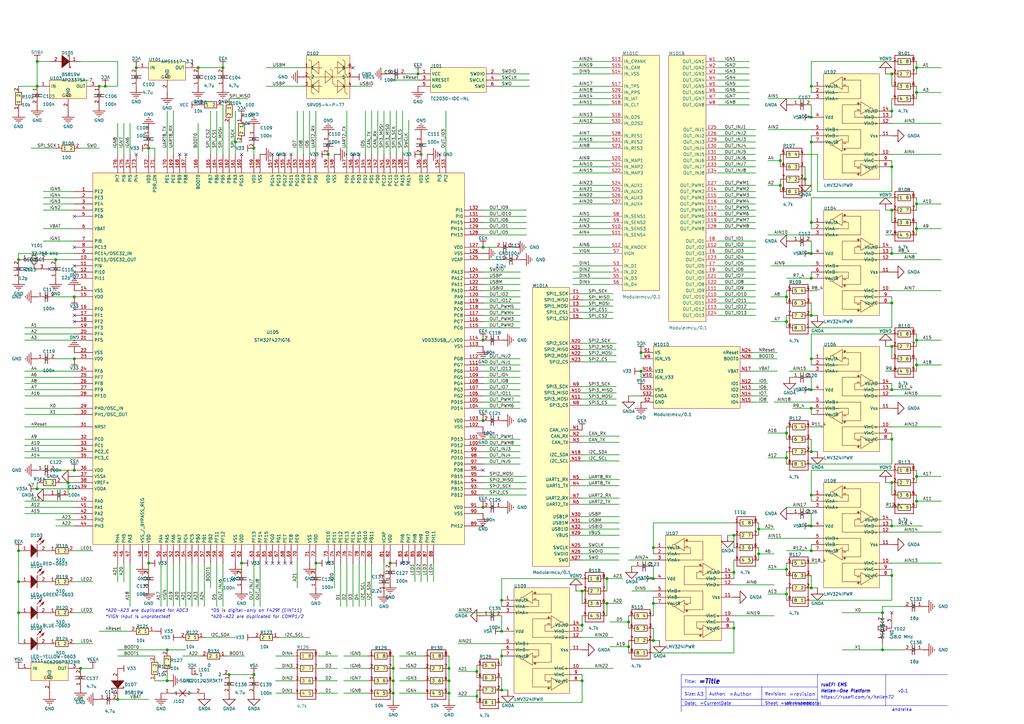
<source format=kicad_sch>
(kicad_sch (version 20210406) (generator eeschema)
  (paper "A3")
  (title_block (title "Hellen-One MCU") (rev "0.1"))
  (junction (at 7.62 106.5022) (diameter 1.016))
  (junction (at 7.62 225.8822) (diameter 1.016))
  (junction (at 7.62 238.5822) (diameter 1.016))
  (junction (at 7.62 251.2822) (diameter 1.016))
  (junction (at 15.24 25.2222) (diameter 1.016))
  (junction (at 15.24 35.3822) (diameter 1.016))
  (junction (at 15.24 200.4822) (diameter 1.016))
  (junction (at 22.86 106.5022) (diameter 1.016))
  (junction (at 27.94 197.9422) (diameter 1.016))
  (junction (at 30.48 121.7422) (diameter 1.016))
  (junction (at 30.48 147.1422) (diameter 1.016))
  (junction (at 30.48 192.8622) (diameter 1.016))
  (junction (at 33.02 274.1422) (diameter 1.016))
  (junction (at 40.64 35.3822) (diameter 1.016))
  (junction (at 43.18 35.3822) (diameter 1.016))
  (junction (at 48.26 286.8422) (diameter 1.016))
  (junction (at 55.88 27.7622) (diameter 1.016))
  (junction (at 60.96 60.7822) (diameter 1.016))
  (junction (at 60.96 230.9622) (diameter 1.016))
  (junction (at 68.58 266.5222) (diameter 1.016))
  (junction (at 68.58 279.2222) (diameter 1.016))
  (junction (at 81.28 27.7622) (diameter 1.016))
  (junction (at 91.44 27.7622) (diameter 1.016))
  (junction (at 93.98 276.6822) (diameter 1.016))
  (junction (at 96.52 58.2422) (diameter 1.016))
  (junction (at 99.06 230.9622) (diameter 1.016))
  (junction (at 104.14 60.7822) (diameter 1.016))
  (junction (at 104.14 276.6822) (diameter 1.016))
  (junction (at 129.54 230.9622) (diameter 1.016))
  (junction (at 134.62 63.3222) (diameter 1.016))
  (junction (at 160.02 230.9622) (diameter 1.016))
  (junction (at 161.29 274.1422) (diameter 1.016))
  (junction (at 161.29 279.2222) (diameter 1.016))
  (junction (at 161.29 284.3022) (diameter 1.016))
  (junction (at 171.45 30.3022) (diameter 1.016))
  (junction (at 172.72 63.3222) (diameter 1.016))
  (junction (at 184.15 274.1422) (diameter 1.016))
  (junction (at 184.15 279.2222) (diameter 1.016))
  (junction (at 184.15 284.3022) (diameter 1.016))
  (junction (at 195.58 275.4122) (diameter 1.016))
  (junction (at 195.58 285.5722) (diameter 1.016))
  (junction (at 198.12 101.4222) (diameter 1.016))
  (junction (at 198.12 139.5222) (diameter 1.016))
  (junction (at 198.12 172.5422) (diameter 1.016))
  (junction (at 198.12 208.1022) (diameter 1.016))
  (junction (at 205.74 246.2022) (diameter 1.016))
  (junction (at 205.74 258.9022) (diameter 1.016))
  (junction (at 205.74 269.0622) (diameter 1.016))
  (junction (at 205.74 283.0322) (diameter 1.016))
  (junction (at 238.76 242.3922) (diameter 1.016))
  (junction (at 238.76 256.3622) (diameter 1.016))
  (junction (at 238.76 279.2222) (diameter 1.016))
  (junction (at 248.92 237.3122) (diameter 1.016))
  (junction (at 248.92 247.4722) (diameter 1.016))
  (junction (at 257.81 255.0922) (diameter 1.016))
  (junction (at 257.81 265.2522) (diameter 1.016))
  (junction (at 262.89 144.6022) (diameter 1.016))
  (junction (at 262.89 152.2222) (diameter 1.016))
  (junction (at 267.97 224.6122) (diameter 1.016))
  (junction (at 267.97 237.3122) (diameter 1.016))
  (junction (at 267.97 247.4722) (diameter 1.016))
  (junction (at 267.97 262.7122) (diameter 1.016))
  (junction (at 300.99 219.5322) (diameter 1.016))
  (junction (at 300.99 234.7722) (diameter 1.016))
  (junction (at 300.99 257.6322) (diameter 1.016))
  (junction (at 311.15 216.9922) (diameter 1.016))
  (junction (at 311.15 227.1522) (diameter 1.016))
  (junction (at 320.04 65.8622) (diameter 1.016))
  (junction (at 320.04 76.0222) (diameter 1.016))
  (junction (at 322.58 121.7422) (diameter 1.016))
  (junction (at 322.58 131.9022) (diameter 1.016))
  (junction (at 322.58 177.6222) (diameter 1.016))
  (junction (at 322.58 187.7822) (diameter 1.016))
  (junction (at 322.58 233.5022) (diameter 1.016))
  (junction (at 322.58 243.6622) (diameter 1.016))
  (junction (at 330.2 73.4822) (diameter 1.016))
  (junction (at 332.74 35.3822) (diameter 1.016))
  (junction (at 332.74 48.0822) (diameter 1.016))
  (junction (at 332.74 58.2422) (diameter 1.016))
  (junction (at 332.74 91.2622) (diameter 1.016))
  (junction (at 332.74 103.9622) (diameter 1.016))
  (junction (at 332.74 114.1222) (diameter 1.016))
  (junction (at 332.74 129.3622) (diameter 1.016))
  (junction (at 332.74 147.1422) (diameter 1.016))
  (junction (at 332.74 159.8422) (diameter 1.016))
  (junction (at 332.74 167.4622) (diameter 1.016))
  (junction (at 332.74 185.2422) (diameter 1.016))
  (junction (at 332.74 203.0222) (diameter 1.016))
  (junction (at 332.74 215.7222) (diameter 1.016))
  (junction (at 332.74 225.8822) (diameter 1.016))
  (junction (at 332.74 241.1222) (diameter 1.016))
  (junction (at 361.95 251.2822) (diameter 1.016))
  (junction (at 361.95 266.5222) (diameter 1.016))
  (junction (at 365.76 30.3022) (diameter 1.016))
  (junction (at 365.76 45.5422) (diameter 1.016))
  (junction (at 365.76 68.4022) (diameter 1.016))
  (junction (at 365.76 86.1822) (diameter 1.016))
  (junction (at 365.76 103.9622) (diameter 1.016))
  (junction (at 365.76 124.2822) (diameter 1.016))
  (junction (at 365.76 142.0622) (diameter 1.016))
  (junction (at 365.76 159.8422) (diameter 1.016))
  (junction (at 365.76 180.1622) (diameter 1.016))
  (junction (at 365.76 197.9422) (diameter 1.016))
  (junction (at 365.76 215.7222) (diameter 1.016))
  (junction (at 365.76 236.0422) (diameter 1.016))
  (junction (at 375.92 27.7622) (diameter 1.016))
  (junction (at 375.92 37.9222) (diameter 1.016))
  (junction (at 375.92 83.6422) (diameter 1.016))
  (junction (at 375.92 93.8022) (diameter 1.016))
  (junction (at 375.92 139.5222) (diameter 1.016))
  (junction (at 375.92 149.6822) (diameter 1.016))
  (junction (at 375.92 195.4022) (diameter 1.016))
  (junction (at 375.92 205.5622) (diameter 1.016))
  (no_connect (at 20.32 110.3122))
  (no_connect (at 30.48 88.7222))
  (no_connect (at 30.48 101.4222))
  (no_connect (at 30.48 109.0422))
  (no_connect (at 30.48 111.5822))
  (no_connect (at 30.48 114.1222))
  (no_connect (at 30.48 126.8222))
  (no_connect (at 30.48 129.3622))
  (no_connect (at 30.48 131.9022))
  (no_connect (at 55.88 63.3222))
  (no_connect (at 73.66 63.3222))
  (no_connect (at 76.2 63.3222))
  (no_connect (at 99.06 63.3222))
  (no_connect (at 109.22 230.9622))
  (no_connect (at 111.76 63.3222))
  (no_connect (at 111.76 230.9622))
  (no_connect (at 114.3 63.3222))
  (no_connect (at 114.3 230.9622))
  (no_connect (at 116.84 63.3222))
  (no_connect (at 116.84 230.9622))
  (no_connect (at 119.38 63.3222))
  (no_connect (at 119.38 230.9622))
  (no_connect (at 134.62 230.9622))
  (no_connect (at 144.78 27.7622))
  (no_connect (at 144.78 63.3222))
  (no_connect (at 147.32 63.3222))
  (no_connect (at 165.1 230.9622))
  (no_connect (at 167.64 230.9622))
  (no_connect (at 180.34 63.3222))
  (no_connect (at 198.12 192.8622))
  (no_connect (at 198.12 215.7222))
  (no_connect (at 365.76 251.2822))
  (wire (pts (xy 7.62 35.3822) (xy 15.24 35.3822)) (stroke (width 0.254)))
  (wire (pts (xy 7.62 103.9622) (xy 7.62 106.5022)) (stroke (width 0.254)))
  (wire (pts (xy 7.62 225.8822) (xy 7.62 238.5822)) (stroke (width 0.254)))
  (wire (pts (xy 7.62 238.5822) (xy 7.62 251.2822)) (stroke (width 0.254)))
  (wire (pts (xy 7.62 251.2822) (xy 7.62 263.9822)) (stroke (width 0.254)))
  (wire (pts (xy 10.16 134.4422) (xy 30.48 134.4422)) (stroke (width 0.254)))
  (wire (pts (xy 10.16 136.9822) (xy 30.48 136.9822)) (stroke (width 0.254)))
  (wire (pts (xy 10.16 139.5222) (xy 30.48 139.5222)) (stroke (width 0.254)))
  (wire (pts (xy 10.16 152.2222) (xy 30.48 152.2222)) (stroke (width 0.254)))
  (wire (pts (xy 10.16 154.7622) (xy 30.48 154.7622)) (stroke (width 0.254)))
  (wire (pts (xy 10.16 157.3022) (xy 30.48 157.3022)) (stroke (width 0.254)))
  (wire (pts (xy 10.16 159.8422) (xy 30.48 159.8422)) (stroke (width 0.254)))
  (wire (pts (xy 10.16 162.3822) (xy 30.48 162.3822)) (stroke (width 0.254)))
  (wire (pts (xy 10.16 180.1622) (xy 30.48 180.1622)) (stroke (width 0.254)))
  (wire (pts (xy 10.16 182.7022) (xy 30.48 182.7022)) (stroke (width 0.254)))
  (wire (pts (xy 10.16 185.2422) (xy 30.48 185.2422)) (stroke (width 0.254)))
  (wire (pts (xy 10.16 187.7822) (xy 30.48 187.7822)) (stroke (width 0.254)))
  (wire (pts (xy 10.16 205.5622) (xy 30.48 205.5622)) (stroke (width 0.254)))
  (wire (pts (xy 10.16 208.1022) (xy 30.48 208.1022)) (stroke (width 0.254)))
  (wire (pts (xy 12.7 60.7822) (xy 22.86 60.7822)) (stroke (width 0.254)))
  (wire (pts (xy 15.24 25.2222) (xy 20.32 25.2222)) (stroke (width 0.254)))
  (wire (pts (xy 15.24 35.3822) (xy 15.24 25.2222)) (stroke (width 0.254)))
  (wire (pts (xy 15.24 200.4822) (xy 15.24 197.9422)) (stroke (width 0.254)))
  (wire (pts (xy 22.86 106.5022) (xy 20.32 106.5022)) (stroke (width 0.254)))
  (wire (pts (xy 22.86 213.1822) (xy 30.48 213.1822)) (stroke (width 0.254)))
  (wire (pts (xy 22.86 215.7222) (xy 30.48 215.7222)) (stroke (width 0.254)))
  (wire (pts (xy 25.4 197.9422) (xy 27.94 197.9422)) (stroke (width 0.254)))
  (wire (pts (xy 27.94 197.9422) (xy 27.94 203.0222)) (stroke (width 0.254)))
  (wire (pts (xy 27.94 197.9422) (xy 30.48 197.9422)) (stroke (width 0.254)))
  (wire (pts (xy 30.48 78.5622) (xy 17.78 78.5622)) (stroke (width 0.254)))
  (wire (pts (xy 30.48 81.1022) (xy 17.78 81.1022)) (stroke (width 0.254)))
  (wire (pts (xy 30.48 83.6422) (xy 17.78 83.6422)) (stroke (width 0.254)))
  (wire (pts (xy 30.48 86.1822) (xy 17.78 86.1822)) (stroke (width 0.254)))
  (wire (pts (xy 30.48 93.8022) (xy 17.78 93.8022)) (stroke (width 0.254)))
  (wire (pts (xy 30.48 98.8822) (xy 17.78 98.8822)) (stroke (width 0.254)))
  (wire (pts (xy 30.48 103.9622) (xy 7.62 103.9622)) (stroke (width 0.254)))
  (wire (pts (xy 30.48 106.5022) (xy 22.86 106.5022)) (stroke (width 0.254)))
  (wire (pts (xy 30.48 121.7422) (xy 22.86 121.7422)) (stroke (width 0.254)))
  (wire (pts (xy 30.48 147.1422) (xy 22.86 147.1422)) (stroke (width 0.254)))
  (wire (pts (xy 30.48 167.4622) (xy 10.16 167.4622)) (stroke (width 0.254)))
  (wire (pts (xy 30.48 170.0022) (xy 10.16 170.0022)) (stroke (width 0.254)))
  (wire (pts (xy 30.48 175.0822) (xy 10.16 175.0822)) (stroke (width 0.254)))
  (wire (pts (xy 30.48 192.8622) (xy 22.86 192.8622)) (stroke (width 0.254)))
  (wire (pts (xy 30.48 200.4822) (xy 15.24 200.4822)) (stroke (width 0.254)))
  (wire (pts (xy 30.48 210.6422) (xy 10.16 210.6422)) (stroke (width 0.254)))
  (wire (pts (xy 30.48 225.8822) (xy 38.1 225.8822)) (stroke (width 0.254)))
  (wire (pts (xy 30.48 238.5822) (xy 38.1 238.5822)) (stroke (width 0.254)))
  (wire (pts (xy 30.48 251.2822) (xy 38.1 251.2822)) (stroke (width 0.254)))
  (wire (pts (xy 30.48 263.9822) (xy 38.1 263.9822)) (stroke (width 0.254)))
  (wire (pts (xy 33.02 25.2222) (xy 48.26 25.2222)) (stroke (width 0.254)))
  (wire (pts (xy 33.02 60.7822) (xy 40.64 60.7822)) (stroke (width 0.254)))
  (wire (pts (xy 33.02 274.1422) (xy 38.1 274.1422)) (stroke (width 0.254)))
  (wire (pts (xy 43.18 35.3822) (xy 40.64 35.3822)) (stroke (width 0.254)))
  (wire (pts (xy 48.26 25.2222) (xy 48.26 35.3822)) (stroke (width 0.254)))
  (wire (pts (xy 48.26 35.3822) (xy 43.18 35.3822)) (stroke (width 0.254)))
  (wire (pts (xy 48.26 50.6222) (xy 48.26 63.3222)) (stroke (width 0.254)))
  (wire (pts (xy 48.26 238.5822) (xy 48.26 230.9622)) (stroke (width 0.254)))
  (wire (pts (xy 48.26 266.5222) (xy 68.58 266.5222)) (stroke (width 0.254)))
  (wire (pts (xy 50.8 50.6222) (xy 50.8 63.3222)) (stroke (width 0.254)))
  (wire (pts (xy 50.8 238.5822) (xy 50.8 230.9622)) (stroke (width 0.254)))
  (wire (pts (xy 53.34 50.6222) (xy 53.34 63.3222)) (stroke (width 0.254)))
  (wire (pts (xy 53.34 248.7422) (xy 53.34 230.9622)) (stroke (width 0.254)))
  (wire (pts (xy 53.34 258.9022) (xy 40.64 258.9022)) (stroke (width 0.254)))
  (wire (pts (xy 60.96 60.7822) (xy 60.96 63.3222)) (stroke (width 0.254)))
  (wire (pts (xy 60.96 233.5022) (xy 60.96 230.9622)) (stroke (width 0.254)))
  (wire (pts (xy 60.96 286.8422) (xy 48.26 286.8422)) (stroke (width 0.254)))
  (wire (pts (xy 63.5 60.7822) (xy 60.96 60.7822)) (stroke (width 0.254)))
  (wire (pts (xy 63.5 63.3222) (xy 63.5 60.7822)) (stroke (width 0.254)))
  (wire (pts (xy 63.5 269.0622) (xy 48.26 269.0622)) (stroke (width 0.254)))
  (wire (pts (xy 63.5 279.2222) (xy 68.58 279.2222)) (stroke (width 0.254)))
  (wire (pts (xy 66.04 248.7422) (xy 66.04 230.9622)) (stroke (width 0.254)))
  (wire (pts (xy 68.58 45.5422) (xy 68.58 63.3222)) (stroke (width 0.254)))
  (wire (pts (xy 68.58 248.7422) (xy 68.58 230.9622)) (stroke (width 0.254)))
  (wire (pts (xy 68.58 266.5222) (xy 76.2 266.5222)) (stroke (width 0.254)))
  (wire (pts (xy 68.58 279.2222) (xy 68.58 276.6822)) (stroke (width 0.254)))
  (wire (pts (xy 71.12 45.5422) (xy 71.12 63.3222)) (stroke (width 0.254)))
  (wire (pts (xy 71.12 248.7422) (xy 71.12 230.9622)) (stroke (width 0.254)))
  (wire (pts (xy 73.66 248.7422) (xy 73.66 230.9622)) (stroke (width 0.254)))
  (wire (pts (xy 76.2 248.7422) (xy 76.2 230.9622)) (stroke (width 0.254)))
  (wire (pts (xy 78.74 248.7422) (xy 78.74 230.9622)) (stroke (width 0.254)))
  (wire (pts (xy 81.28 27.7622) (xy 91.44 27.7622)) (stroke (width 0.254)))
  (wire (pts (xy 81.28 63.3222) (xy 81.28 50.6222)) (stroke (width 0.254)))
  (wire (pts (xy 81.28 248.7422) (xy 81.28 230.9622)) (stroke (width 0.254)))
  (wire (pts (xy 82.55 269.0622) (xy 74.93 269.0622)) (stroke (width 0.254)))
  (wire (pts (xy 83.82 248.7422) (xy 83.82 230.9622)) (stroke (width 0.254)))
  (wire (pts (xy 83.82 261.4422) (xy 96.52 261.4422)) (stroke (width 0.254)))
  (wire (pts (xy 86.36 63.3222) (xy 86.36 45.5422)) (stroke (width 0.254)))
  (wire (pts (xy 86.36 241.1222) (xy 86.36 230.9622)) (stroke (width 0.254)))
  (wire (pts (xy 88.9 63.3222) (xy 88.9 45.5422)) (stroke (width 0.254)))
  (wire (pts (xy 88.9 248.7422) (xy 88.9 230.9622)) (stroke (width 0.254)))
  (wire (pts (xy 91.44 63.3222) (xy 91.44 43.0022)) (stroke (width 0.254)))
  (wire (pts (xy 91.44 230.9622) (xy 91.44 248.7422)) (stroke (width 0.254)))
  (wire (pts (xy 93.98 40.4622) (xy 101.6 40.4622)) (stroke (width 0.254)))
  (wire (pts (xy 93.98 63.3222) (xy 93.98 50.6222)) (stroke (width 0.254)))
  (wire (pts (xy 93.98 276.6822) (xy 104.14 276.6822)) (stroke (width 0.254)))
  (wire (pts (xy 96.52 58.2422) (xy 96.52 45.5422)) (stroke (width 0.254)))
  (wire (pts (xy 96.52 63.3222) (xy 96.52 58.2422)) (stroke (width 0.254)))
  (wire (pts (xy 99.06 58.2422) (xy 96.52 58.2422)) (stroke (width 0.254)))
  (wire (pts (xy 99.06 233.5022) (xy 99.06 230.9622)) (stroke (width 0.254)))
  (wire (pts (xy 100.33 269.0622) (xy 92.71 269.0622)) (stroke (width 0.254)))
  (wire (pts (xy 104.14 60.7822) (xy 104.14 63.3222)) (stroke (width 0.254)))
  (wire (pts (xy 104.14 230.9622) (xy 104.14 248.7422)) (stroke (width 0.254)))
  (wire (pts (xy 106.68 230.9622) (xy 106.68 248.7422)) (stroke (width 0.254)))
  (wire (pts (xy 114.3 261.4422) (xy 127 261.4422)) (stroke (width 0.254)))
  (wire (pts (xy 120.65 269.0622) (xy 113.03 269.0622)) (stroke (width 0.254)))
  (wire (pts (xy 120.65 274.1422) (xy 113.03 274.1422)) (stroke (width 0.254)))
  (wire (pts (xy 120.65 279.2222) (xy 113.03 279.2222)) (stroke (width 0.254)))
  (wire (pts (xy 120.65 284.3022) (xy 113.03 284.3022)) (stroke (width 0.254)))
  (wire (pts (xy 121.92 63.3222) (xy 121.92 45.5422)) (stroke (width 0.254)))
  (wire (pts (xy 121.92 241.1222) (xy 121.92 230.9622)) (stroke (width 0.254)))
  (wire (pts (xy 124.46 27.7622) (xy 109.22 27.7622)) (stroke (width 0.254)))
  (wire (pts (xy 124.46 35.3822) (xy 109.22 35.3822)) (stroke (width 0.254)))
  (wire (pts (xy 124.46 63.3222) (xy 124.46 45.5422)) (stroke (width 0.254)))
  (wire (pts (xy 127 63.3222) (xy 127 45.5422)) (stroke (width 0.254)))
  (wire (pts (xy 129.54 45.5422) (xy 129.54 63.3222)) (stroke (width 0.254)))
  (wire (pts (xy 129.54 233.5022) (xy 129.54 230.9622)) (stroke (width 0.254)))
  (wire (pts (xy 130.81 269.0622) (xy 138.43 269.0622)) (stroke (width 0.254)))
  (wire (pts (xy 130.81 274.1422) (xy 138.43 274.1422)) (stroke (width 0.254)))
  (wire (pts (xy 130.81 279.2222) (xy 138.43 279.2222)) (stroke (width 0.254)))
  (wire (pts (xy 130.81 284.3022) (xy 138.43 284.3022)) (stroke (width 0.254)))
  (wire (pts (xy 137.16 241.1222) (xy 137.16 230.9622)) (stroke (width 0.254)))
  (wire (pts (xy 139.7 248.7422) (xy 139.7 230.9622)) (stroke (width 0.254)))
  (wire (pts (xy 142.24 45.5422) (xy 142.24 63.3222)) (stroke (width 0.254)))
  (wire (pts (xy 142.24 248.7422) (xy 142.24 230.9622)) (stroke (width 0.254)))
  (wire (pts (xy 144.78 35.3822) (xy 152.4 35.3822)) (stroke (width 0.254)))
  (wire (pts (xy 144.78 248.7422) (xy 144.78 230.9622)) (stroke (width 0.254)))
  (wire (pts (xy 147.32 248.7422) (xy 147.32 230.9622)) (stroke (width 0.254)))
  (wire (pts (xy 149.86 63.3222) (xy 149.86 45.5422)) (stroke (width 0.254)))
  (wire (pts (xy 149.86 230.9622) (xy 149.86 248.7422)) (stroke (width 0.254)))
  (wire (pts (xy 151.13 269.0622) (xy 140.97 269.0622)) (stroke (width 0.254)))
  (wire (pts (xy 151.13 274.1422) (xy 140.97 274.1422)) (stroke (width 0.254)))
  (wire (pts (xy 151.13 279.2222) (xy 140.97 279.2222)) (stroke (width 0.254)))
  (wire (pts (xy 151.13 284.3022) (xy 140.97 284.3022)) (stroke (width 0.254)))
  (wire (pts (xy 152.4 63.3222) (xy 152.4 45.5422)) (stroke (width 0.254)))
  (wire (pts (xy 152.4 230.9622) (xy 152.4 248.7422)) (stroke (width 0.254)))
  (wire (pts (xy 154.94 63.3222) (xy 154.94 45.5422)) (stroke (width 0.254)))
  (wire (pts (xy 157.48 63.3222) (xy 157.48 45.5422)) (stroke (width 0.254)))
  (wire (pts (xy 157.48 230.9622) (xy 157.48 234.7722)) (stroke (width 0.254)))
  (wire (pts (xy 160.02 32.8422) (xy 171.45 32.8422)) (stroke (width 0.254)))
  (wire (pts (xy 160.02 63.3222) (xy 160.02 45.5422)) (stroke (width 0.254)))
  (wire (pts (xy 161.29 274.1422) (xy 161.29 269.0622)) (stroke (width 0.254)))
  (wire (pts (xy 161.29 279.2222) (xy 161.29 274.1422)) (stroke (width 0.254)))
  (wire (pts (xy 161.29 284.3022) (xy 161.29 279.2222)) (stroke (width 0.254)))
  (wire (pts (xy 161.29 286.8422) (xy 161.29 284.3022)) (stroke (width 0.254)))
  (wire (pts (xy 162.56 63.3222) (xy 162.56 45.5422)) (stroke (width 0.254)))
  (wire (pts (xy 165.1 63.3222) (xy 165.1 45.5422)) (stroke (width 0.254)))
  (wire (pts (xy 167.64 63.3222) (xy 167.64 49.3522)) (stroke (width 0.254)))
  (wire (pts (xy 170.18 238.5822) (xy 170.18 230.9622)) (stroke (width 0.254)))
  (wire (pts (xy 171.45 30.3022) (xy 166.37 30.3022)) (stroke (width 0.254)))
  (wire (pts (xy 172.72 238.5822) (xy 172.72 230.9622)) (stroke (width 0.254)))
  (wire (pts (xy 173.99 269.0622) (xy 163.83 269.0622)) (stroke (width 0.254)))
  (wire (pts (xy 173.99 274.1422) (xy 163.83 274.1422)) (stroke (width 0.254)))
  (wire (pts (xy 173.99 279.2222) (xy 163.83 279.2222)) (stroke (width 0.254)))
  (wire (pts (xy 173.99 284.3022) (xy 163.83 284.3022)) (stroke (width 0.254)))
  (wire (pts (xy 175.26 238.5822) (xy 175.26 230.9622)) (stroke (width 0.254)))
  (wire (pts (xy 177.8 238.5822) (xy 177.8 230.9622)) (stroke (width 0.254)))
  (wire (pts (xy 182.88 63.3222) (xy 182.88 45.5422)) (stroke (width 0.254)))
  (wire (pts (xy 184.15 274.1422) (xy 184.15 269.0622)) (stroke (width 0.254)))
  (wire (pts (xy 184.15 279.2222) (xy 184.15 274.1422)) (stroke (width 0.254)))
  (wire (pts (xy 184.15 284.3022) (xy 184.15 279.2222)) (stroke (width 0.254)))
  (wire (pts (xy 184.15 286.8422) (xy 184.15 284.3022)) (stroke (width 0.254)))
  (wire (pts (xy 195.58 272.8722) (xy 195.58 275.4122)) (stroke (width 0.254)))
  (wire (pts (xy 195.58 275.4122) (xy 187.96 275.4122)) (stroke (width 0.254)))
  (wire (pts (xy 195.58 275.4122) (xy 195.58 277.9522)) (stroke (width 0.254)))
  (wire (pts (xy 195.58 285.5722) (xy 187.96 285.5722)) (stroke (width 0.254)))
  (wire (pts (xy 195.58 285.5722) (xy 195.58 283.0322)) (stroke (width 0.254)))
  (wire (pts (xy 195.58 288.1122) (xy 195.58 285.5722)) (stroke (width 0.254)))
  (wire (pts (xy 198.12 86.1822) (xy 215.9 86.1822)) (stroke (width 0.254)))
  (wire (pts (xy 198.12 88.7222) (xy 215.9 88.7222)) (stroke (width 0.254)))
  (wire (pts (xy 198.12 91.2622) (xy 215.9 91.2622)) (stroke (width 0.254)))
  (wire (pts (xy 198.12 93.8022) (xy 215.9 93.8022)) (stroke (width 0.254)))
  (wire (pts (xy 198.12 96.3422) (xy 215.9 96.3422)) (stroke (width 0.254)))
  (wire (pts (xy 198.12 101.4222) (xy 203.2 101.4222)) (stroke (width 0.254)))
  (wire (pts (xy 198.12 111.5822) (xy 213.36 111.5822)) (stroke (width 0.254)))
  (wire (pts (xy 198.12 121.7422) (xy 213.36 121.7422)) (stroke (width 0.254)))
  (wire (pts (xy 198.12 124.2822) (xy 213.36 124.2822)) (stroke (width 0.254)))
  (wire (pts (xy 198.12 126.8222) (xy 213.36 126.8222)) (stroke (width 0.254)))
  (wire (pts (xy 198.12 129.3622) (xy 213.36 129.3622)) (stroke (width 0.254)))
  (wire (pts (xy 198.12 131.9022) (xy 213.36 131.9022)) (stroke (width 0.254)))
  (wire (pts (xy 198.12 134.4422) (xy 213.36 134.4422)) (stroke (width 0.254)))
  (wire (pts (xy 198.12 147.1422) (xy 213.36 147.1422)) (stroke (width 0.254)))
  (wire (pts (xy 198.12 149.6822) (xy 213.36 149.6822)) (stroke (width 0.254)))
  (wire (pts (xy 198.12 152.2222) (xy 213.36 152.2222)) (stroke (width 0.254)))
  (wire (pts (xy 198.12 154.7622) (xy 213.36 154.7622)) (stroke (width 0.254)))
  (wire (pts (xy 198.12 157.3022) (xy 213.36 157.3022)) (stroke (width 0.254)))
  (wire (pts (xy 198.12 159.8422) (xy 213.36 159.8422)) (stroke (width 0.254)))
  (wire (pts (xy 198.12 162.3822) (xy 213.36 162.3822)) (stroke (width 0.254)))
  (wire (pts (xy 198.12 164.9222) (xy 213.36 164.9222)) (stroke (width 0.254)))
  (wire (pts (xy 198.12 167.4622) (xy 213.36 167.4622)) (stroke (width 0.254)))
  (wire (pts (xy 198.12 180.1622) (xy 213.36 180.1622)) (stroke (width 0.254)))
  (wire (pts (xy 198.12 182.7022) (xy 213.36 182.7022)) (stroke (width 0.254)))
  (wire (pts (xy 198.12 185.2422) (xy 213.36 185.2422)) (stroke (width 0.254)))
  (wire (pts (xy 198.12 187.7822) (xy 213.36 187.7822)) (stroke (width 0.254)))
  (wire (pts (xy 198.12 190.3222) (xy 213.36 190.3222)) (stroke (width 0.254)))
  (wire (pts (xy 204.47 30.3022) (xy 217.17 30.3022)) (stroke (width 0.254)))
  (wire (pts (xy 204.47 32.8422) (xy 217.17 32.8422)) (stroke (width 0.254)))
  (wire (pts (xy 204.47 35.3822) (xy 217.17 35.3822)) (stroke (width 0.254)))
  (wire (pts (xy 205.74 106.5022) (xy 198.12 106.5022)) (stroke (width 0.254)))
  (wire (pts (xy 205.74 237.3122) (xy 238.76 237.3122)) (stroke (width 0.254)))
  (wire (pts (xy 205.74 246.2022) (xy 205.74 237.3122)) (stroke (width 0.254)))
  (wire (pts (xy 205.74 248.7422) (xy 205.74 246.2022)) (stroke (width 0.254)))
  (wire (pts (xy 205.74 251.2822) (xy 187.96 251.2822)) (stroke (width 0.254)))
  (wire (pts (xy 205.74 252.5522) (xy 205.74 258.9022)) (stroke (width 0.254)))
  (wire (pts (xy 205.74 263.9822) (xy 187.96 263.9822)) (stroke (width 0.254)))
  (wire (pts (xy 205.74 266.5222) (xy 205.74 269.0622)) (stroke (width 0.254)))
  (wire (pts (xy 205.74 269.0622) (xy 205.74 272.8722)) (stroke (width 0.254)))
  (wire (pts (xy 205.74 277.9522) (xy 205.74 283.0322)) (stroke (width 0.254)))
  (wire (pts (xy 205.74 283.0322) (xy 208.28 283.0322)) (stroke (width 0.254)))
  (wire (pts (xy 205.74 288.1122) (xy 238.76 288.1122)) (stroke (width 0.254)))
  (wire (pts (xy 213.36 114.1222) (xy 198.12 114.1222)) (stroke (width 0.254)))
  (wire (pts (xy 213.36 116.6622) (xy 198.12 116.6622)) (stroke (width 0.254)))
  (wire (pts (xy 213.36 119.2022) (xy 198.12 119.2022)) (stroke (width 0.254)))
  (wire (pts (xy 215.9 195.4022) (xy 198.12 195.4022)) (stroke (width 0.254)))
  (wire (pts (xy 215.9 197.9422) (xy 198.12 197.9422)) (stroke (width 0.254)))
  (wire (pts (xy 215.9 200.4822) (xy 198.12 200.4822)) (stroke (width 0.254)))
  (wire (pts (xy 215.9 203.0222) (xy 198.12 203.0222)) (stroke (width 0.254)))
  (wire (pts (xy 234.95 25.2222) (xy 250.19 25.2222)) (stroke (width 0.254)))
  (wire (pts (xy 234.95 27.7622) (xy 250.19 27.7622)) (stroke (width 0.254)))
  (wire (pts (xy 234.95 30.3022) (xy 250.19 30.3022)) (stroke (width 0.254)))
  (wire (pts (xy 234.95 35.3822) (xy 250.19 35.3822)) (stroke (width 0.254)))
  (wire (pts (xy 234.95 37.9222) (xy 250.19 37.9222)) (stroke (width 0.254)))
  (wire (pts (xy 234.95 40.4622) (xy 250.19 40.4622)) (stroke (width 0.254)))
  (wire (pts (xy 234.95 43.0022) (xy 250.19 43.0022)) (stroke (width 0.254)))
  (wire (pts (xy 234.95 48.0822) (xy 250.19 48.0822)) (stroke (width 0.254)))
  (wire (pts (xy 234.95 50.6222) (xy 250.19 50.6222)) (stroke (width 0.254)))
  (wire (pts (xy 234.95 55.7022) (xy 250.19 55.7022)) (stroke (width 0.254)))
  (wire (pts (xy 234.95 58.2422) (xy 250.19 58.2422)) (stroke (width 0.254)))
  (wire (pts (xy 234.95 65.8622) (xy 250.19 65.8622)) (stroke (width 0.254)))
  (wire (pts (xy 234.95 68.4022) (xy 250.19 68.4022)) (stroke (width 0.254)))
  (wire (pts (xy 234.95 70.9422) (xy 250.19 70.9422)) (stroke (width 0.254)))
  (wire (pts (xy 234.95 76.0222) (xy 250.19 76.0222)) (stroke (width 0.254)))
  (wire (pts (xy 234.95 78.5622) (xy 250.19 78.5622)) (stroke (width 0.254)))
  (wire (pts (xy 234.95 81.1022) (xy 250.19 81.1022)) (stroke (width 0.254)))
  (wire (pts (xy 234.95 83.6422) (xy 250.19 83.6422)) (stroke (width 0.254)))
  (wire (pts (xy 234.95 88.7222) (xy 250.19 88.7222)) (stroke (width 0.254)))
  (wire (pts (xy 234.95 91.2622) (xy 250.19 91.2622)) (stroke (width 0.254)))
  (wire (pts (xy 234.95 93.8022) (xy 250.19 93.8022)) (stroke (width 0.254)))
  (wire (pts (xy 234.95 96.3422) (xy 250.19 96.3422)) (stroke (width 0.254)))
  (wire (pts (xy 234.95 101.4222) (xy 250.19 101.4222)) (stroke (width 0.254)))
  (wire (pts (xy 234.95 103.9622) (xy 250.19 103.9622)) (stroke (width 0.254)))
  (wire (pts (xy 234.95 109.0422) (xy 250.19 109.0422)) (stroke (width 0.254)))
  (wire (pts (xy 234.95 111.5822) (xy 250.19 111.5822)) (stroke (width 0.254)))
  (wire (pts (xy 234.95 114.1222) (xy 250.19 114.1222)) (stroke (width 0.254)))
  (wire (pts (xy 234.95 116.6622) (xy 250.19 116.6622)) (stroke (width 0.254)))
  (wire (pts (xy 236.22 242.3922) (xy 238.76 242.3922)) (stroke (width 0.254)))
  (wire (pts (xy 238.76 123.0122) (xy 251.46 123.0122)) (stroke (width 0.254)))
  (wire (pts (xy 238.76 128.0922) (xy 251.46 128.0922)) (stroke (width 0.254)))
  (wire (pts (xy 238.76 130.6322) (xy 251.46 130.6322)) (stroke (width 0.254)))
  (wire (pts (xy 238.76 143.3322) (xy 252.73 143.3322)) (stroke (width 0.254)))
  (wire (pts (xy 238.76 148.4122) (xy 252.73 148.4122)) (stroke (width 0.254)))
  (wire (pts (xy 238.76 161.1122) (xy 252.73 161.1122)) (stroke (width 0.254)))
  (wire (pts (xy 238.76 166.1922) (xy 252.73 166.1922)) (stroke (width 0.254)))
  (wire (pts (xy 238.76 178.8922) (xy 254 178.8922)) (stroke (width 0.254)))
  (wire (pts (xy 238.76 181.4322) (xy 254 181.4322)) (stroke (width 0.254)))
  (wire (pts (xy 238.76 189.0522) (xy 254 189.0522)) (stroke (width 0.254)))
  (wire (pts (xy 238.76 199.2122) (xy 254 199.2122)) (stroke (width 0.254)))
  (wire (pts (xy 238.76 206.8322) (xy 254 206.8322)) (stroke (width 0.254)))
  (wire (pts (xy 238.76 214.4522) (xy 254 214.4522)) (stroke (width 0.254)))
  (wire (pts (xy 238.76 219.5322) (xy 254 219.5322)) (stroke (width 0.254)))
  (wire (pts (xy 238.76 224.6122) (xy 254 224.6122)) (stroke (width 0.254)))
  (wire (pts (xy 238.76 229.6922) (xy 254 229.6922)) (stroke (width 0.254)))
  (wire (pts (xy 238.76 242.3922) (xy 238.76 247.4722)) (stroke (width 0.254)))
  (wire (pts (xy 238.76 256.3622) (xy 238.76 252.5522)) (stroke (width 0.254)))
  (wire (pts (xy 238.76 258.9022) (xy 238.76 256.3622)) (stroke (width 0.254)))
  (wire (pts (xy 238.76 261.4422) (xy 251.46 261.4422)) (stroke (width 0.254)))
  (wire (pts (xy 238.76 274.1422) (xy 251.46 274.1422)) (stroke (width 0.254)))
  (wire (pts (xy 238.76 279.2222) (xy 238.76 276.6822)) (stroke (width 0.254)))
  (wire (pts (xy 238.76 288.1122) (xy 238.76 279.2222)) (stroke (width 0.254)))
  (wire (pts (xy 248.92 237.3122) (xy 248.92 242.3922)) (stroke (width 0.254)))
  (wire (pts (xy 248.92 237.3122) (xy 255.27 237.3122)) (stroke (width 0.254)))
  (wire (pts (xy 248.92 247.4722) (xy 255.27 247.4722)) (stroke (width 0.254)))
  (wire (pts (xy 248.92 252.5522) (xy 248.92 247.4722)) (stroke (width 0.254)))
  (wire (pts (xy 250.19 60.7822) (xy 234.95 60.7822)) (stroke (width 0.254)))
  (wire (pts (xy 251.46 120.4722) (xy 238.76 120.4722)) (stroke (width 0.254)))
  (wire (pts (xy 251.46 125.5522) (xy 238.76 125.5522)) (stroke (width 0.254)))
  (wire (pts (xy 252.73 140.7922) (xy 238.76 140.7922)) (stroke (width 0.254)))
  (wire (pts (xy 252.73 145.8722) (xy 238.76 145.8722)) (stroke (width 0.254)))
  (wire (pts (xy 252.73 158.5722) (xy 238.76 158.5722)) (stroke (width 0.254)))
  (wire (pts (xy 252.73 163.6522) (xy 238.76 163.6522)) (stroke (width 0.254)))
  (wire (pts (xy 254 186.5122) (xy 238.76 186.5122)) (stroke (width 0.254)))
  (wire (pts (xy 254 196.6722) (xy 238.76 196.6722)) (stroke (width 0.254)))
  (wire (pts (xy 254 204.2922) (xy 238.76 204.2922)) (stroke (width 0.254)))
  (wire (pts (xy 254 211.9122) (xy 238.76 211.9122)) (stroke (width 0.254)))
  (wire (pts (xy 254 216.9922) (xy 238.76 216.9922)) (stroke (width 0.254)))
  (wire (pts (xy 254 227.1522) (xy 238.76 227.1522)) (stroke (width 0.254)))
  (wire (pts (xy 257.81 162.3822) (xy 262.89 162.3822)) (stroke (width 0.254)))
  (wire (pts (xy 257.81 252.5522) (xy 257.81 255.0922)) (stroke (width 0.254)))
  (wire (pts (xy 257.81 255.0922) (xy 250.19 255.0922)) (stroke (width 0.254)))
  (wire (pts (xy 257.81 255.0922) (xy 257.81 257.6322)) (stroke (width 0.254)))
  (wire (pts (xy 257.81 265.2522) (xy 250.19 265.2522)) (stroke (width 0.254)))
  (wire (pts (xy 257.81 265.2522) (xy 257.81 262.7122)) (stroke (width 0.254)))
  (wire (pts (xy 257.81 267.7922) (xy 257.81 265.2522)) (stroke (width 0.254)))
  (wire (pts (xy 259.08 232.2322) (xy 260.35 232.2322)) (stroke (width 0.254)))
  (wire (pts (xy 262.89 144.6022) (xy 262.89 147.1422)) (stroke (width 0.254)))
  (wire (pts (xy 262.89 152.2222) (xy 262.89 154.7622)) (stroke (width 0.254)))
  (wire (pts (xy 267.97 214.4522) (xy 300.99 214.4522)) (stroke (width 0.254)))
  (wire (pts (xy 267.97 224.6122) (xy 267.97 214.4522)) (stroke (width 0.254)))
  (wire (pts (xy 267.97 227.1522) (xy 267.97 224.6122)) (stroke (width 0.254)))
  (wire (pts (xy 267.97 229.6922) (xy 257.81 229.6922)) (stroke (width 0.254)))
  (wire (pts (xy 267.97 232.2322) (xy 267.97 237.3122)) (stroke (width 0.254)))
  (wire (pts (xy 267.97 242.3922) (xy 259.08 242.3922)) (stroke (width 0.254)))
  (wire (pts (xy 267.97 244.9322) (xy 267.97 247.4722)) (stroke (width 0.254)))
  (wire (pts (xy 267.97 247.4722) (xy 267.97 252.5522)) (stroke (width 0.254)))
  (wire (pts (xy 267.97 257.6322) (xy 267.97 262.7122)) (stroke (width 0.254)))
  (wire (pts (xy 267.97 262.7122) (xy 270.51 262.7122)) (stroke (width 0.254)))
  (wire (pts (xy 267.97 267.7922) (xy 300.99 267.7922)) (stroke (width 0.254)))
  (wire (pts (xy 294.64 25.2222) (xy 307.34 25.2222)) (stroke (width 0.254)))
  (wire (pts (xy 294.64 27.7622) (xy 307.34 27.7622)) (stroke (width 0.254)))
  (wire (pts (xy 294.64 30.3022) (xy 307.34 30.3022)) (stroke (width 0.254)))
  (wire (pts (xy 294.64 32.8422) (xy 307.34 32.8422)) (stroke (width 0.254)))
  (wire (pts (xy 294.64 35.3822) (xy 307.34 35.3822)) (stroke (width 0.254)))
  (wire (pts (xy 294.64 37.9222) (xy 307.34 37.9222)) (stroke (width 0.254)))
  (wire (pts (xy 294.64 40.4622) (xy 307.34 40.4622)) (stroke (width 0.254)))
  (wire (pts (xy 294.64 43.0022) (xy 307.34 43.0022)) (stroke (width 0.254)))
  (wire (pts (xy 294.64 53.1622) (xy 309.88 53.1622)) (stroke (width 0.254)))
  (wire (pts (xy 294.64 55.7022) (xy 309.88 55.7022)) (stroke (width 0.254)))
  (wire (pts (xy 294.64 58.2422) (xy 309.88 58.2422)) (stroke (width 0.254)))
  (wire (pts (xy 294.64 60.7822) (xy 309.88 60.7822)) (stroke (width 0.254)))
  (wire (pts (xy 294.64 68.4022) (xy 309.88 68.4022)) (stroke (width 0.254)))
  (wire (pts (xy 294.64 70.9422) (xy 309.88 70.9422)) (stroke (width 0.254)))
  (wire (pts (xy 294.64 76.0222) (xy 309.88 76.0222)) (stroke (width 0.254)))
  (wire (pts (xy 294.64 78.5622) (xy 309.88 78.5622)) (stroke (width 0.254)))
  (wire (pts (xy 294.64 81.1022) (xy 309.88 81.1022)) (stroke (width 0.254)))
  (wire (pts (xy 294.64 83.6422) (xy 309.88 83.6422)) (stroke (width 0.254)))
  (wire (pts (xy 294.64 86.1822) (xy 309.88 86.1822)) (stroke (width 0.254)))
  (wire (pts (xy 294.64 88.7222) (xy 309.88 88.7222)) (stroke (width 0.254)))
  (wire (pts (xy 294.64 91.2622) (xy 309.88 91.2622)) (stroke (width 0.254)))
  (wire (pts (xy 294.64 93.8022) (xy 309.88 93.8022)) (stroke (width 0.254)))
  (wire (pts (xy 294.64 98.8822) (xy 309.88 98.8822)) (stroke (width 0.254)))
  (wire (pts (xy 294.64 101.4222) (xy 309.88 101.4222)) (stroke (width 0.254)))
  (wire (pts (xy 294.64 103.9622) (xy 309.88 103.9622)) (stroke (width 0.254)))
  (wire (pts (xy 294.64 106.5022) (xy 309.88 106.5022)) (stroke (width 0.254)))
  (wire (pts (xy 294.64 109.0422) (xy 309.88 109.0422)) (stroke (width 0.254)))
  (wire (pts (xy 294.64 111.5822) (xy 309.88 111.5822)) (stroke (width 0.254)))
  (wire (pts (xy 294.64 114.1222) (xy 309.88 114.1222)) (stroke (width 0.254)))
  (wire (pts (xy 294.64 116.6622) (xy 309.88 116.6622)) (stroke (width 0.254)))
  (wire (pts (xy 294.64 119.2022) (xy 309.88 119.2022)) (stroke (width 0.254)))
  (wire (pts (xy 294.64 121.7422) (xy 309.88 121.7422)) (stroke (width 0.254)))
  (wire (pts (xy 294.64 124.2822) (xy 309.88 124.2822)) (stroke (width 0.254)))
  (wire (pts (xy 294.64 126.8222) (xy 309.88 126.8222)) (stroke (width 0.254)))
  (wire (pts (xy 294.64 129.3622) (xy 309.88 129.3622)) (stroke (width 0.254)))
  (wire (pts (xy 298.45 219.5322) (xy 300.99 219.5322)) (stroke (width 0.254)))
  (wire (pts (xy 300.99 219.5322) (xy 300.99 224.6122)) (stroke (width 0.254)))
  (wire (pts (xy 300.99 234.7722) (xy 300.99 229.6922)) (stroke (width 0.254)))
  (wire (pts (xy 300.99 237.3122) (xy 300.99 234.7722)) (stroke (width 0.254)))
  (wire (pts (xy 300.99 239.8522) (xy 317.5 239.8522)) (stroke (width 0.254)))
  (wire (pts (xy 300.99 252.5522) (xy 317.5 252.5522)) (stroke (width 0.254)))
  (wire (pts (xy 300.99 257.6322) (xy 300.99 255.0922)) (stroke (width 0.254)))
  (wire (pts (xy 300.99 267.7922) (xy 300.99 257.6322)) (stroke (width 0.254)))
  (wire (pts (xy 308.61 157.3022) (xy 314.96 157.3022)) (stroke (width 0.254)))
  (wire (pts (xy 309.88 63.3222) (xy 294.64 63.3222)) (stroke (width 0.254)))
  (wire (pts (xy 309.88 65.8622) (xy 294.64 65.8622)) (stroke (width 0.254)))
  (wire (pts (xy 311.15 214.4522) (xy 311.15 216.9922)) (stroke (width 0.254)))
  (wire (pts (xy 311.15 216.9922) (xy 311.15 219.5322)) (stroke (width 0.254)))
  (wire (pts (xy 311.15 216.9922) (xy 317.5 216.9922)) (stroke (width 0.254)))
  (wire (pts (xy 311.15 227.1522) (xy 311.15 224.6122)) (stroke (width 0.254)))
  (wire (pts (xy 311.15 227.1522) (xy 317.5 227.1522)) (stroke (width 0.254)))
  (wire (pts (xy 311.15 229.6922) (xy 311.15 227.1522)) (stroke (width 0.254)))
  (wire (pts (xy 314.96 65.8622) (xy 320.04 65.8622)) (stroke (width 0.254)))
  (wire (pts (xy 314.96 76.0222) (xy 320.04 76.0222)) (stroke (width 0.254)))
  (wire (pts (xy 314.96 159.8422) (xy 308.61 159.8422)) (stroke (width 0.254)))
  (wire (pts (xy 314.96 162.3822) (xy 308.61 162.3822)) (stroke (width 0.254)))
  (wire (pts (xy 314.96 164.9222) (xy 308.61 164.9222)) (stroke (width 0.254)))
  (wire (pts (xy 318.77 144.6022) (xy 308.61 144.6022)) (stroke (width 0.254)))
  (wire (pts (xy 318.77 147.1422) (xy 308.61 147.1422)) (stroke (width 0.254)))
  (wire (pts (xy 318.77 152.2222) (xy 308.61 152.2222)) (stroke (width 0.254)))
  (wire (pts (xy 320.04 63.3222) (xy 320.04 65.8622)) (stroke (width 0.254)))
  (wire (pts (xy 320.04 65.8622) (xy 320.04 68.4022)) (stroke (width 0.254)))
  (wire (pts (xy 320.04 76.0222) (xy 320.04 73.4822)) (stroke (width 0.254)))
  (wire (pts (xy 320.04 78.5622) (xy 320.04 76.0222)) (stroke (width 0.254)))
  (wire (pts (xy 322.58 119.2022) (xy 322.58 121.7422)) (stroke (width 0.254)))
  (wire (pts (xy 322.58 121.7422) (xy 316.23 121.7422)) (stroke (width 0.254)))
  (wire (pts (xy 322.58 121.7422) (xy 322.58 124.2822)) (stroke (width 0.254)))
  (wire (pts (xy 322.58 131.9022) (xy 316.23 131.9022)) (stroke (width 0.254)))
  (wire (pts (xy 322.58 131.9022) (xy 322.58 129.3622)) (stroke (width 0.254)))
  (wire (pts (xy 322.58 134.4422) (xy 322.58 131.9022)) (stroke (width 0.254)))
  (wire (pts (xy 322.58 175.0822) (xy 322.58 177.6222)) (stroke (width 0.254)))
  (wire (pts (xy 322.58 177.6222) (xy 314.96 177.6222)) (stroke (width 0.254)))
  (wire (pts (xy 322.58 177.6222) (xy 322.58 180.1622)) (stroke (width 0.254)))
  (wire (pts (xy 322.58 187.7822) (xy 314.96 187.7822)) (stroke (width 0.254)))
  (wire (pts (xy 322.58 187.7822) (xy 322.58 185.2422)) (stroke (width 0.254)))
  (wire (pts (xy 322.58 190.3222) (xy 322.58 187.7822)) (stroke (width 0.254)))
  (wire (pts (xy 322.58 230.9622) (xy 322.58 233.5022)) (stroke (width 0.254)))
  (wire (pts (xy 322.58 233.5022) (xy 314.96 233.5022)) (stroke (width 0.254)))
  (wire (pts (xy 322.58 233.5022) (xy 322.58 236.0422)) (stroke (width 0.254)))
  (wire (pts (xy 322.58 243.6622) (xy 314.96 243.6622)) (stroke (width 0.254)))
  (wire (pts (xy 322.58 243.6622) (xy 322.58 241.1222)) (stroke (width 0.254)))
  (wire (pts (xy 322.58 246.2022) (xy 322.58 243.6622)) (stroke (width 0.254)))
  (wire (pts (xy 323.85 154.7622) (xy 325.12 154.7622)) (stroke (width 0.254)))
  (wire (pts (xy 330.2 63.3222) (xy 335.28 63.3222)) (stroke (width 0.254)))
  (wire (pts (xy 330.2 68.4022) (xy 330.2 73.4822)) (stroke (width 0.254)))
  (wire (pts (xy 330.2 78.5622) (xy 332.74 78.5622)) (stroke (width 0.254)))
  (wire (pts (xy 332.74 25.2222) (xy 365.76 25.2222)) (stroke (width 0.254)))
  (wire (pts (xy 332.74 35.3822) (xy 332.74 25.2222)) (stroke (width 0.254)))
  (wire (pts (xy 332.74 37.9222) (xy 332.74 35.3822)) (stroke (width 0.254)))
  (wire (pts (xy 332.74 40.4622) (xy 314.96 40.4622)) (stroke (width 0.254)))
  (wire (pts (xy 332.74 43.0022) (xy 332.74 48.0822)) (stroke (width 0.254)))
  (wire (pts (xy 332.74 53.1622) (xy 314.96 53.1622)) (stroke (width 0.254)))
  (wire (pts (xy 332.74 58.2422) (xy 332.74 55.7022)) (stroke (width 0.254)))
  (wire (pts (xy 332.74 78.5622) (xy 332.74 58.2422)) (stroke (width 0.254)))
  (wire (pts (xy 332.74 81.1022) (xy 365.76 81.1022)) (stroke (width 0.254)))
  (wire (pts (xy 332.74 91.2622) (xy 332.74 81.1022)) (stroke (width 0.254)))
  (wire (pts (xy 332.74 93.8022) (xy 332.74 91.2622)) (stroke (width 0.254)))
  (wire (pts (xy 332.74 96.3422) (xy 314.96 96.3422)) (stroke (width 0.254)))
  (wire (pts (xy 332.74 98.8822) (xy 332.74 103.9622)) (stroke (width 0.254)))
  (wire (pts (xy 332.74 109.0422) (xy 316.23 109.0422)) (stroke (width 0.254)))
  (wire (pts (xy 332.74 111.5822) (xy 332.74 114.1222)) (stroke (width 0.254)))
  (wire (pts (xy 332.74 114.1222) (xy 322.58 114.1222)) (stroke (width 0.254)))
  (wire (pts (xy 332.74 119.2022) (xy 335.28 119.2022)) (stroke (width 0.254)))
  (wire (pts (xy 332.74 124.2822) (xy 332.74 129.3622)) (stroke (width 0.254)))
  (wire (pts (xy 332.74 129.3622) (xy 335.28 129.3622)) (stroke (width 0.254)))
  (wire (pts (xy 332.74 134.4422) (xy 365.76 134.4422)) (stroke (width 0.254)))
  (wire (pts (xy 332.74 136.9822) (xy 365.76 136.9822)) (stroke (width 0.254)))
  (wire (pts (xy 332.74 147.1422) (xy 332.74 136.9822)) (stroke (width 0.254)))
  (wire (pts (xy 332.74 149.6822) (xy 332.74 147.1422)) (stroke (width 0.254)))
  (wire (pts (xy 332.74 152.2222) (xy 323.85 152.2222)) (stroke (width 0.254)))
  (wire (pts (xy 332.74 154.7622) (xy 332.74 159.8422)) (stroke (width 0.254)))
  (wire (pts (xy 332.74 164.9222) (xy 317.5 164.9222)) (stroke (width 0.254)))
  (wire (pts (xy 332.74 167.4622) (xy 325.12 167.4622)) (stroke (width 0.254)))
  (wire (pts (xy 332.74 170.0022) (xy 332.74 167.4622)) (stroke (width 0.254)))
  (wire (pts (xy 332.74 175.0822) (xy 337.82 175.0822)) (stroke (width 0.254)))
  (wire (pts (xy 332.74 180.1622) (xy 332.74 185.2422)) (stroke (width 0.254)))
  (wire (pts (xy 332.74 185.2422) (xy 335.28 185.2422)) (stroke (width 0.254)))
  (wire (pts (xy 332.74 190.3222) (xy 365.76 190.3222)) (stroke (width 0.254)))
  (wire (pts (xy 332.74 192.8622) (xy 365.76 192.8622)) (stroke (width 0.254)))
  (wire (pts (xy 332.74 203.0222) (xy 332.74 192.8622)) (stroke (width 0.254)))
  (wire (pts (xy 332.74 205.5622) (xy 332.74 203.0222)) (stroke (width 0.254)))
  (wire (pts (xy 332.74 208.1022) (xy 322.58 208.1022)) (stroke (width 0.254)))
  (wire (pts (xy 332.74 210.6422) (xy 332.74 215.7222)) (stroke (width 0.254)))
  (wire (pts (xy 332.74 220.8022) (xy 314.96 220.8022)) (stroke (width 0.254)))
  (wire (pts (xy 332.74 223.3422) (xy 332.74 225.8822)) (stroke (width 0.254)))
  (wire (pts (xy 332.74 225.8822) (xy 322.58 225.8822)) (stroke (width 0.254)))
  (wire (pts (xy 332.74 230.9622) (xy 335.28 230.9622)) (stroke (width 0.254)))
  (wire (pts (xy 332.74 236.0422) (xy 332.74 241.1222)) (stroke (width 0.254)))
  (wire (pts (xy 332.74 241.1222) (xy 335.28 241.1222)) (stroke (width 0.254)))
  (wire (pts (xy 332.74 246.2022) (xy 365.76 246.2022)) (stroke (width 0.254)))
  (wire (pts (xy 335.28 63.3222) (xy 335.28 78.5622)) (stroke (width 0.254)))
  (wire (pts (xy 335.28 78.5622) (xy 365.76 78.5622)) (stroke (width 0.254)))
  (wire (pts (xy 345.44 251.2822) (xy 361.95 251.2822)) (stroke (width 0.254)))
  (wire (pts (xy 345.44 266.5222) (xy 361.95 266.5222)) (stroke (width 0.254)))
  (wire (pts (xy 361.95 248.7422) (xy 370.84 248.7422)) (stroke (width 0.254)))
  (wire (pts (xy 361.95 251.2822) (xy 361.95 248.7422)) (stroke (width 0.254)))
  (wire (pts (xy 361.95 266.5222) (xy 361.95 263.9822)) (stroke (width 0.254)))
  (wire (pts (xy 361.95 266.5222) (xy 370.84 266.5222)) (stroke (width 0.254)))
  (wire (pts (xy 363.22 30.3022) (xy 365.76 30.3022)) (stroke (width 0.254)))
  (wire (pts (xy 363.22 86.1822) (xy 365.76 86.1822)) (stroke (width 0.254)))
  (wire (pts (xy 363.22 96.3422) (xy 365.76 96.3422)) (stroke (width 0.254)))
  (wire (pts (xy 363.22 142.0622) (xy 365.76 142.0622)) (stroke (width 0.254)))
  (wire (pts (xy 363.22 152.2222) (xy 365.76 152.2222)) (stroke (width 0.254)))
  (wire (pts (xy 363.22 197.9422) (xy 365.76 197.9422)) (stroke (width 0.254)))
  (wire (pts (xy 363.22 208.1022) (xy 365.76 208.1022)) (stroke (width 0.254)))
  (wire (pts (xy 365.76 30.3022) (xy 365.76 35.3822)) (stroke (width 0.254)))
  (wire (pts (xy 365.76 45.5422) (xy 365.76 40.4622)) (stroke (width 0.254)))
  (wire (pts (xy 365.76 48.0822) (xy 365.76 45.5422)) (stroke (width 0.254)))
  (wire (pts (xy 365.76 50.6222) (xy 386.08 50.6222)) (stroke (width 0.254)))
  (wire (pts (xy 365.76 63.3222) (xy 386.08 63.3222)) (stroke (width 0.254)))
  (wire (pts (xy 365.76 68.4022) (xy 365.76 65.8622)) (stroke (width 0.254)))
  (wire (pts (xy 365.76 78.5622) (xy 365.76 68.4022)) (stroke (width 0.254)))
  (wire (pts (xy 365.76 86.1822) (xy 365.76 91.2622)) (stroke (width 0.254)))
  (wire (pts (xy 365.76 101.4222) (xy 365.76 103.9622)) (stroke (width 0.254)))
  (wire (pts (xy 365.76 103.9622) (xy 375.92 103.9622)) (stroke (width 0.254)))
  (wire (pts (xy 365.76 106.5022) (xy 386.08 106.5022)) (stroke (width 0.254)))
  (wire (pts (xy 365.76 119.2022) (xy 386.08 119.2022)) (stroke (width 0.254)))
  (wire (pts (xy 365.76 124.2822) (xy 365.76 121.7422)) (stroke (width 0.254)))
  (wire (pts (xy 365.76 134.4422) (xy 365.76 124.2822)) (stroke (width 0.254)))
  (wire (pts (xy 365.76 142.0622) (xy 365.76 147.1422)) (stroke (width 0.254)))
  (wire (pts (xy 365.76 157.3022) (xy 365.76 159.8422)) (stroke (width 0.254)))
  (wire (pts (xy 365.76 159.8422) (xy 373.38 159.8422)) (stroke (width 0.254)))
  (wire (pts (xy 365.76 162.3822) (xy 386.08 162.3822)) (stroke (width 0.254)))
  (wire (pts (xy 365.76 175.0822) (xy 386.08 175.0822)) (stroke (width 0.254)))
  (wire (pts (xy 365.76 180.1622) (xy 365.76 177.6222)) (stroke (width 0.254)))
  (wire (pts (xy 365.76 190.3222) (xy 365.76 180.1622)) (stroke (width 0.254)))
  (wire (pts (xy 365.76 197.9422) (xy 365.76 203.0222)) (stroke (width 0.254)))
  (wire (pts (xy 365.76 213.1822) (xy 365.76 215.7222)) (stroke (width 0.254)))
  (wire (pts (xy 365.76 215.7222) (xy 378.46 215.7222)) (stroke (width 0.254)))
  (wire (pts (xy 365.76 218.2622) (xy 386.08 218.2622)) (stroke (width 0.254)))
  (wire (pts (xy 365.76 230.9622) (xy 386.08 230.9622)) (stroke (width 0.254)))
  (wire (pts (xy 365.76 236.0422) (xy 365.76 233.5022)) (stroke (width 0.254)))
  (wire (pts (xy 365.76 246.2022) (xy 365.76 236.0422)) (stroke (width 0.254)))
  (wire (pts (xy 375.92 25.2222) (xy 375.92 27.7622)) (stroke (width 0.254)))
  (wire (pts (xy 375.92 27.7622) (xy 375.92 30.3022)) (stroke (width 0.254)))
  (wire (pts (xy 375.92 27.7622) (xy 386.08 27.7622)) (stroke (width 0.254)))
  (wire (pts (xy 375.92 37.9222) (xy 375.92 35.3822)) (stroke (width 0.254)))
  (wire (pts (xy 375.92 37.9222) (xy 386.08 37.9222)) (stroke (width 0.254)))
  (wire (pts (xy 375.92 40.4622) (xy 375.92 37.9222)) (stroke (width 0.254)))
  (wire (pts (xy 375.92 81.1022) (xy 375.92 83.6422)) (stroke (width 0.254)))
  (wire (pts (xy 375.92 83.6422) (xy 375.92 86.1822)) (stroke (width 0.254)))
  (wire (pts (xy 375.92 83.6422) (xy 386.08 83.6422)) (stroke (width 0.254)))
  (wire (pts (xy 375.92 93.8022) (xy 375.92 91.2622)) (stroke (width 0.254)))
  (wire (pts (xy 375.92 93.8022) (xy 386.08 93.8022)) (stroke (width 0.254)))
  (wire (pts (xy 375.92 96.3422) (xy 375.92 93.8022)) (stroke (width 0.254)))
  (wire (pts (xy 375.92 136.9822) (xy 375.92 139.5222)) (stroke (width 0.254)))
  (wire (pts (xy 375.92 139.5222) (xy 375.92 142.0622)) (stroke (width 0.254)))
  (wire (pts (xy 375.92 139.5222) (xy 386.08 139.5222)) (stroke (width 0.254)))
  (wire (pts (xy 375.92 149.6822) (xy 375.92 147.1422)) (stroke (width 0.254)))
  (wire (pts (xy 375.92 149.6822) (xy 386.08 149.6822)) (stroke (width 0.254)))
  (wire (pts (xy 375.92 152.2222) (xy 375.92 149.6822)) (stroke (width 0.254)))
  (wire (pts (xy 375.92 192.8622) (xy 375.92 195.4022)) (stroke (width 0.254)))
  (wire (pts (xy 375.92 195.4022) (xy 375.92 197.9422)) (stroke (width 0.254)))
  (wire (pts (xy 375.92 195.4022) (xy 386.08 195.4022)) (stroke (width 0.254)))
  (wire (pts (xy 375.92 205.5622) (xy 375.92 203.0222)) (stroke (width 0.254)))
  (wire (pts (xy 375.92 205.5622) (xy 386.08 205.5622)) (stroke (width 0.254)))
  (wire (pts (xy 375.92 208.1022) (xy 375.92 205.5622)) (stroke (width 0.254)))
  (polyline (pts (xy 279.4 276.6822) (xy 279.4 291.9222)) (stroke (width 0) (type solid)))
  (polyline (pts (xy 279.4 281.7622) (xy 335.28 281.7622)) (stroke (width 0) (type solid)))
  (polyline (pts (xy 279.4 286.8422) (xy 335.28 286.8422)) (stroke (width 0) (type solid)))
  (polyline (pts (xy 289.56 281.7622) (xy 289.56 286.8422)) (stroke (width 0) (type solid)))
  (polyline (pts (xy 312.42 281.7622) (xy 312.42 289.3822)) (stroke (width 0) (type solid)))
  (polyline (pts (xy 335.28 276.6822) (xy 335.28 289.3822)) (stroke (width 0) (type solid)))
  (polyline (pts (xy 363.22 276.6822) (xy 279.4 276.6822)) (stroke (width 0) (type solid)))
  (polyline (pts (xy 363.22 276.6822) (xy 363.22 289.3822)) (stroke (width 0) (type solid)))
  (polyline (pts (xy 363.22 289.3822) (xy 279.4 289.3822)) (stroke (width 0) (type solid)))
  (polyline (pts (xy 363.22 289.3822) (xy 388.62 289.3822)) (stroke (width 0) (type solid)))
  (polyline (pts (xy 388.62 276.6822) (xy 363.22 276.6822)) (stroke (width 0) (type solid)))
  (text "*A20-A23 are duplicated for ADC3" (at 43.18 251.2822 180) (effects (font (size 1.27 1.27) italic) (justify left bottom)))
  (text "*VIGN input is unprotected!" (at 43.18 253.8222 180) (effects (font (size 1.27 1.27) italic) (justify left bottom)))
  (text "*D5 is digital-only on F429! (EINT11)" (at 86.36 251.2822 180) (effects (font (size 1.27 1.27) italic) (justify left bottom)))
  (text "*A20-A22 are duplicated for COMP1/2" (at 86.36 253.8222 180) (effects (font (size 1.27 1.27) italic) (justify left bottom)))
  (text "Title:" (at 280.67 280.4922 180) (effects (font (size 1.27 1.27)) (justify left bottom)))
  (text "Size:" (at 280.67 285.5722 180) (effects (font (size 1.27 1.27)) (justify left bottom)))
  (text "Date:" (at 280.67 289.3822 180) (effects (font (size 1.27 1.27)) (justify left bottom)))
  (text "A3" (at 285.75 285.8262 180) (effects (font (size 1.524 1.524)) (justify left bottom)))
  (text "=Title" (at 286.512 280.7462 180) (effects (font (size 1.905 1.905) bold italic) (justify left bottom)))
  (text "=CurrentDate" (at 287.02 289.3822 180) (effects (font (size 1.27 1.27)) (justify left bottom)))
  (text "Author:" (at 290.83 285.5722 180) (effects (font (size 1.27 1.27)) (justify left bottom)))
  (text "=Author" (at 298.958 285.8262 180) (effects (font (size 1.524 1.524)) (justify left bottom)))
  (text "Revision:" (at 313.69 285.5722 180) (effects (font (size 1.27 1.27)) (justify left bottom)))
  (text "Sheet" (at 313.69 289.3822 180) (effects (font (size 1.27 1.27)) (justify left bottom)))
  (text "=sheetnumber" (at 320.04 289.3822 180) (effects (font (size 1.27 1.27)) (justify left bottom)))
  (text "of" (at 322.326 289.3822 180) (effects (font (size 1.27 1.27)) (justify left bottom)))
  (text "=revision" (at 323.596 285.8262 180) (effects (font (size 1.524 1.524)) (justify left bottom)))
  (text "=sheettotal" (at 325.628 289.3822 180) (effects (font (size 1.27 1.27)) (justify left bottom)))
  (text "rusEFI EMS" (at 336.55 281.7622 180) (effects (font (size 1.27 1.27) bold italic) (justify left bottom)))
  (text "Hellen-One Platform" (at 336.55 284.3022 180) (effects (font (size 1.27 1.27) bold italic) (justify left bottom)))
  (text "https://rusefi.com/s/hellen72" (at 336.55 286.8422 180) (effects (font (size 1.27 1.27) italic) (justify left bottom)))
  (text "andreika" (at 365.76 291.9222 180) (effects (font (size 1.27 1.27)) (justify left bottom)))
  (text "v0.1" (at 368.3 284.3022 180) (effects (font (size 1.27 1.27)) (justify left bottom)))
  (label "A1" (at 12.7 134.4422 0))
  (label "A2" (at 12.7 136.9822 0))
  (label "A3" (at 12.7 139.5222 0))
  (label "A4" (at 12.7 152.2222 0))
  (label "A6" (at 12.7 154.7622 0))
  (label "A8" (at 12.7 157.3022 0))
  (label "A7" (at 12.7 159.8422 0))
  (label "A16" (at 12.7 162.3822 0))
  (label "nReset" (at 12.7 175.0822 0))
  (label "A9" (at 12.7 180.1622 0))
  (label "A10" (at 12.7 182.7022 0))
  (label "A11" (at 12.7 185.2422 0))
  (label "A14" (at 12.7 187.7822 0))
  (label "A13" (at 12.7 205.5622 0))
  (label "A12" (at 12.7 208.1022 0))
  (label "A15" (at 12.7 210.6422 0))
  (label "SPI_SCK" (at 15.24 60.7822 0))
  (label "IGN5" (at 20.32 78.5622 0))
  (label "IGN4" (at 20.32 81.1022 0))
  (label "IGN3" (at 20.32 83.6422 0))
  (label "IGN2" (at 20.32 86.1822 0))
  (label "VBAT" (at 20.32 93.8022 0))
  (label "IGN1" (at 20.32 98.8822 0))
  (label "X0" (at 20.32 167.4622 0))
  (label "X1" (at 20.32 170.0022 0))
  (label "A23" (at 25.4 213.1822 0))
  (label "A22" (at 25.4 215.7222 0))
  (label "LED1" (at 33.02 225.8822 0))
  (label "LED2" (at 33.02 238.5822 0))
  (label "LED3" (at 33.02 251.2822 0))
  (label "LED4" (at 33.02 263.9822 0))
  (label "SWO" (at 35.56 60.7822 0))
  (label "nReset" (at 43.18 258.9022 0))
  (label "IGN8" (at 48.26 60.7822 90))
  (label "A21" (at 48.26 236.0422 90))
  (label "IGN7" (at 50.8 60.7822 90))
  (label "A20" (at 50.8 236.0422 90))
  (label "BOOT0" (at 50.8 266.5222 0))
  (label "BOOT1" (at 50.8 269.0622 0))
  (label "IGN6" (at 53.34 60.7822 90))
  (label "A18" (at 53.34 246.2022 90))
  (label "VBAT" (at 53.34 286.8422 0))
  (label "A17" (at 66.04 246.2022 90))
  (label "UART8_TX" (at 68.58 60.7822 90))
  (label "VIGN" (at 68.58 246.2022 90))
  (label "UART8_RX" (at 71.12 60.7822 90))
  (label "A19" (at 71.12 246.2022 90))
  (label "A20" (at 73.66 246.2022 90))
  (label "A21" (at 76.2 246.2022 90))
  (label "A22" (at 77.47 269.0622 0))
  (label "A22" (at 78.74 246.2022 90))
  (label "BOOT0" (at 81.28 60.7822 90))
  (label "A23" (at 81.28 246.2022 90))
  (label "A24" (at 83.82 246.2022 90))
  (label "SPI_CS2" (at 86.36 60.7822 90))
  (label "BOOT1" (at 86.36 238.5822 90))
  (label "I2C_SDA" (at 86.36 261.4422 0))
  (label "SPI_CS1" (at 88.9 60.7822 90))
  (label "D5" (at 88.9 246.2022 90))
  (label "SPI_MOSI" (at 91.44 60.7822 90))
  (label "OUT_INJ6" (at 91.44 246.2022 90))
  (label "SPI_MISO" (at 93.98 40.4622 0))
  (label "BOOT1" (at 93.98 269.0622 0))
  (label "SPI_SCK" (at 96.52 60.7822 90))
  (label "OUT_INJ7" (at 104.14 246.2022 90))
  (label "OUT_INJ8" (at 106.68 246.2022 90))
  (label "USBM" (at 111.76 27.7622 0))
  (label "USBP" (at 111.76 35.3822 0))
  (label "DIN4" (at 115.57 269.0622 0))
  (label "DIN3" (at 115.57 274.1422 0))
  (label "DIN2" (at 115.57 279.2222 0))
  (label "DIN1" (at 115.57 284.3022 0))
  (label "I2C_SCL" (at 116.84 261.4422 0))
  (label "IO7" (at 121.92 60.7822 90))
  (label "A21" (at 121.92 238.5822 90))
  (label "IO8" (at 124.46 60.7822 90))
  (label "IO6" (at 127 60.7822 90))
  (label "UART2_RX" (at 129.54 60.7822 90))
  (label "D4" (at 133.35 269.0622 0))
  (label "D3" (at 133.35 274.1422 0))
  (label "D2" (at 133.35 279.2222 0))
  (label "D1" (at 133.35 284.3022 0))
  (label "A20" (at 137.16 238.5822 90))
  (label "D1" (at 139.7 246.2022 90))
  (label "UART2_TX" (at 142.24 60.7822 90))
  (label "D2" (at 142.24 246.2022 90))
  (label "IGN5" (at 143.51 269.0622 0))
  (label "IGN6" (at 143.51 274.1422 0))
  (label "IGN7" (at 143.51 279.2222 0))
  (label "IGN8" (at 143.51 284.3022 0))
  (label "D3" (at 144.78 246.2022 90))
  (label "USBID" (at 147.32 35.3822 0))
  (label "D4" (at 147.32 246.2022 90))
  (label "IO5" (at 149.86 60.7822 90))
  (label "I2C_SCL" (at 149.86 246.2022 90))
  (label "CAN_TX" (at 152.4 60.7822 90))
  (label "I2C_SDA" (at 152.4 246.2022 90))
  (label "CAN_RX" (at 154.94 60.7822 90))
  (label "SPI3_MOSI" (at 157.48 60.7822 90))
  (label "SPI3_MISO" (at 160.02 60.7822 90))
  (label "SPI3_SCK" (at 162.56 60.7822 90))
  (label "nReset" (at 165.1 32.8422 0))
  (label "SPI3_CS" (at 165.1 60.7822 90))
  (label "IGN1" (at 166.37 269.0622 0))
  (label "IGN2" (at 166.37 274.1422 0))
  (label "IGN3" (at 166.37 279.2222 0))
  (label "IGN4" (at 166.37 284.3022 0))
  (label "SWCLK" (at 167.64 60.7822 90))
  (label "LED1" (at 170.18 236.0422 90))
  (label "LED2" (at 172.72 236.0422 90))
  (label "LED3" (at 175.26 236.0422 90))
  (label "LED4" (at 177.8 236.0422 90))
  (label "OUT_IO3" (at 182.88 60.7822 90))
  (label "AIN23" (at 187.96 251.2822 0))
  (label "AIN21" (at 187.96 263.9822 0))
  (label "A21" (at 187.96 275.4122 0))
  (label "A22" (at 187.96 285.5722 0))
  (label "OUT_IO9" (at 200.66 86.1822 0))
  (label "OUT_IO10" (at 200.66 88.7222 0))
  (label "OUT_IO6" (at 200.66 91.2622 0))
  (label "OUT_IO1" (at 200.66 93.8022 0))
  (label "OUT_IO5" (at 200.66 96.3422 0))
  (label "SWDIO" (at 200.66 111.5822 0))
  (label "USBP" (at 200.66 114.1222 0))
  (label "USBM" (at 200.66 116.6622 0))
  (label "USBID" (at 200.66 119.2022 0))
  (label "OUT_IO2" (at 200.66 121.7422 0))
  (label "OUT_IO12" (at 200.66 124.2822 0))
  (label "OUT_PWM5" (at 200.66 126.8222 0))
  (label "OUT_PWM4" (at 200.66 129.3622 0))
  (label "OUT_PWM3" (at 200.66 131.9022 0))
  (label "OUT_PWM2" (at 200.66 134.4422 0))
  (label "OUT_INJ2" (at 200.66 147.1422 0))
  (label "OUT_INJ1" (at 200.66 149.6822 0))
  (label "OUT_IO13" (at 200.66 152.2222 0))
  (label "OUT_IO4" (at 200.66 154.7622 0))
  (label "OUT_IO8" (at 200.66 157.3022 0))
  (label "OUT_IO7" (at 200.66 159.8422 0))
  (label "OUT_IO11" (at 200.66 162.3822 0))
  (label "OUT_PWM7" (at 200.66 164.9222 0))
  (label "OUT_PWM6" (at 200.66 167.4622 0))
  (label "OUT_PWM1" (at 200.66 180.1622 0))
  (label "OUT_PWM8" (at 200.66 182.7022 0))
  (label "OUT_INJ3" (at 200.66 185.2422 0))
  (label "OUT_INJ4" (at 200.66 187.7822 0))
  (label "OUT_INJ5" (at 200.66 190.3222 0))
  (label "SPI2_MOSI" (at 200.66 195.4022 0))
  (label "SPI2_MISO" (at 200.66 197.9422 0))
  (label "SPI2_SCK" (at 200.66 200.4822 0))
  (label "SPI2_CS" (at 200.66 203.0222 0))
  (label "SWDIO" (at 205.74 30.3022 0))
  (label "SWCLK" (at 205.74 32.8422 0))
  (label "SWO" (at 205.74 35.3822 0))
  (label "AIN24" (at 237.49 25.2222 0))
  (label "AIN19" (at 237.49 27.7622 0))
  (label "DIN5" (at 237.49 30.3022 0))
  (label "AIN17" (at 237.49 35.3822 0))
  (label "AIN18" (at 237.49 37.9222 0))
  (label "AIN14" (at 237.49 40.4622 0))
  (label "AIN11" (at 237.49 43.0022 0))
  (label "AIN13" (at 237.49 48.0822 0))
  (label "AIN12" (at 237.49 50.6222 0))
  (label "AIN7" (at 237.49 55.7022 0))
  (label "AIN16" (at 237.49 58.2422 0))
  (label "AIN8" (at 237.49 60.7822 0))
  (label "AIN9" (at 237.49 65.8622 0))
  (label "AIN10" (at 237.49 68.4022 0))
  (label "AIN15" (at 237.49 70.9422 0))
  (label "AIN23" (at 237.49 76.0222 0))
  (label "AIN21" (at 237.49 78.5622 0))
  (label "AIN22" (at 237.49 81.1022 0))
  (label "AIN20" (at 237.49 83.6422 0))
  (label "AIN1" (at 237.49 88.7222 0))
  (label "AIN2" (at 237.49 91.2622 0))
  (label "AIN3" (at 237.49 93.8022 0))
  (label "AIN4" (at 237.49 96.3422 0))
  (label "AIN6" (at 237.49 101.4222 0))
  (label "VIGN" (at 237.49 103.9622 0))
  (label "DIN1" (at 237.49 109.0422 0))
  (label "DIN2" (at 237.49 111.5822 0))
  (label "DIN3" (at 237.49 114.1222 0))
  (label "DIN4" (at 237.49 116.6622 0))
  (label "SPI_SCK" (at 241.3 120.4722 0))
  (label "SPI_MISO" (at 241.3 123.0122 0))
  (label "SPI_MOSI" (at 241.3 125.5522 0))
  (label "SPI_CS1" (at 241.3 128.0922 0))
  (label "SPI_CS2" (at 241.3 130.6322 0))
  (label "SPI2_SCK" (at 241.3 140.7922 0))
  (label "SPI2_MISO" (at 241.3 143.3322 0))
  (label "SPI2_MOSI" (at 241.3 145.8722 0))
  (label "SPI2_CS" (at 241.3 148.4122 0))
  (label "SPI3_SCK" (at 241.3 158.5722 0))
  (label "SPI3_MISO" (at 241.3 161.1122 0))
  (label "SPI3_MOSI" (at 241.3 163.6522 0))
  (label "SPI3_CS" (at 241.3 166.1922 0))
  (label "CAN_RX" (at 241.3 178.8922 0))
  (label "CAN_TX" (at 241.3 181.4322 0))
  (label "I2C_SDA" (at 241.3 186.5122 0))
  (label "I2C_SCL" (at 241.3 189.0522 0))
  (label "UART8_RX" (at 241.3 196.6722 0))
  (label "UART8_TX" (at 241.3 199.2122 0))
  (label "UART2_RX" (at 241.3 204.2922 0))
  (label "UART2_TX" (at 241.3 206.8322 0))
  (label "USBP" (at 241.3 211.9122 0))
  (label "USBM" (at 241.3 214.4522 0))
  (label "USBID" (at 241.3 216.9922 0))
  (label "VBUS" (at 241.3 219.5322 0))
  (label "SWCLK" (at 241.3 224.6122 0))
  (label "SWDIO" (at 241.3 227.1522 0))
  (label "SWO" (at 241.3 229.6922 0))
  (label "AIN20" (at 243.84 261.4422 0))
  (label "AIN22" (at 243.84 274.1422 0))
  (label "A23" (at 251.46 237.3122 0))
  (label "A20" (at 251.46 247.4722 0))
  (label "D5" (at 252.73 255.0922 0))
  (label "A19" (at 252.73 265.2522 0))
  (label "AIN24" (at 260.35 229.6922 0))
  (label "DIN5" (at 260.35 242.3922 0))
  (label "IGN1" (at 297.18 25.2222 0))
  (label "IGN2" (at 297.18 27.7622 0))
  (label "IGN3" (at 297.18 30.3022 0))
  (label "IGN4" (at 297.18 32.8422 0))
  (label "IGN5" (at 297.18 35.3822 0))
  (label "IGN6" (at 297.18 37.9222 0))
  (label "IGN7" (at 297.18 40.4622 0))
  (label "IGN8" (at 297.18 43.0022 0))
  (label "OUT_INJ1" (at 297.18 53.1622 0))
  (label "OUT_INJ2" (at 297.18 55.7022 0))
  (label "OUT_INJ3" (at 297.18 58.2422 0))
  (label "OUT_INJ4" (at 297.18 60.7822 0))
  (label "OUT_INJ5" (at 297.18 63.3222 0))
  (label "OUT_INJ6" (at 297.18 65.8622 0))
  (label "OUT_INJ7" (at 297.18 68.4022 0))
  (label "OUT_INJ8" (at 297.18 70.9422 0))
  (label "OUT_PWM1" (at 297.18 76.0222 0))
  (label "OUT_PWM2" (at 297.18 78.5622 0))
  (label "OUT_PWM3" (at 297.18 81.1022 0))
  (label "OUT_PWM4" (at 297.18 83.6422 0))
  (label "OUT_PWM5" (at 297.18 86.1822 0))
  (label "OUT_PWM6" (at 297.18 88.7222 0))
  (label "OUT_PWM7" (at 297.18 91.2622 0))
  (label "OUT_PWM8" (at 297.18 93.8022 0))
  (label "OUT_IO1" (at 297.18 98.8822 0))
  (label "OUT_IO2" (at 297.18 101.4222 0))
  (label "OUT_IO3" (at 297.18 103.9622 0))
  (label "OUT_IO4" (at 297.18 106.5022 0))
  (label "OUT_IO5" (at 297.18 109.0422 0))
  (label "OUT_IO6" (at 297.18 111.5822 0))
  (label "OUT_IO7" (at 297.18 114.1222 0))
  (label "OUT_IO8" (at 297.18 116.6622 0))
  (label "OUT_IO9" (at 297.18 119.2022 0))
  (label "OUT_IO10" (at 297.18 121.7422 0))
  (label "OUT_IO11" (at 297.18 124.2822 0))
  (label "OUT_IO12" (at 297.18 126.8222 0))
  (label "OUT_IO13" (at 297.18 129.3622 0))
  (label "AIN6" (at 306.07 239.8522 0))
  (label "AIN19" (at 306.07 252.5522 0))
  (label "NReset" (at 311.15 144.6022 0))
  (label "BOOT0" (at 311.15 147.1422 0))
  (label "VBAT" (at 311.15 152.2222 0))
  (label "IO5" (at 311.15 157.3022 0))
  (label "IO6" (at 311.15 159.8422 0))
  (label "IO7" (at 311.15 162.3822 0))
  (label "IO8" (at 311.15 164.9222 0))
  (label "A24" (at 313.69 216.9922 0))
  (label "A6" (at 313.69 227.1522 0))
  (label "AIN1" (at 314.96 40.4622 0))
  (label "AIN2" (at 314.96 53.1622 0))
  (label "A4" (at 314.96 65.8622 0))
  (label "A2" (at 314.96 76.0222 0))
  (label "A16" (at 314.96 177.6222 0))
  (label "A12" (at 314.96 187.7822 0))
  (label "AIN11" (at 314.96 220.8022 0))
  (label "A14" (at 314.96 233.5022 0))
  (label "A13" (at 314.96 243.6622 0))
  (label "AIN10" (at 317.5 96.3422 0))
  (label "AIN9" (at 317.5 109.0422 0))
  (label "A8" (at 317.5 121.7422 0))
  (label "A7" (at 317.5 131.9022 0))
  (label "AIN18" (at 318.77 164.9222 0))
  (label "R7_4" (at 325.12 114.1222 0))
  (label "AIN15" (at 325.12 152.2222 0))
  (label "R9_4" (at 325.12 167.4622 0))
  (label "AIN17" (at 325.12 208.1022 0))
  (label "R12_4" (at 325.12 225.8822 0))
  (label "R8_4" (at 332.74 119.2022 0))
  (label "R11_4" (at 332.74 175.0822 0))
  (label "R18_4" (at 332.74 230.9622 0))
  (label "X0" (at 350.52 251.2822 0))
  (label "X1" (at 350.52 266.5222 0))
  (label "R7_4" (at 363.22 96.3422 0))
  (label "R9_4" (at 363.22 152.2222 0))
  (label "R12_4" (at 363.22 208.1022 0))
  (label "R8_4" (at 368.3 103.9622 0))
  (label "R11_4" (at 368.3 159.8422 0))
  (label "R18_4" (at 368.3 215.7222 0))
  (label "AIN3" (at 370.84 50.6222 0))
  (label "AIN4" (at 370.84 63.3222 0))
  (label "AIN8" (at 370.84 106.5022 0))
  (label "AIN7" (at 370.84 119.2022 0))
  (label "AIN16" (at 370.84 162.3822 0))
  (label "AIN12" (at 370.84 175.0822 0))
  (label "AIN14" (at 370.84 218.2622 0))
  (label "AIN13" (at 370.84 230.9622 0))
  (label "A1" (at 378.46 27.7622 0))
  (label "A3" (at 378.46 37.9222 0))
  (label "A10" (at 378.46 83.6422 0))
  (label "A9" (at 378.46 93.8022 0))
  (label "A15" (at 378.46 139.5222 0))
  (label "A18" (at 378.46 149.6822 0))
  (label "A17" (at 378.46 195.4022 0))
  (label "A11" (at 378.46 205.5622 0))
  (symbol (lib_id "hellen1-mcu-altium-import:V33") (at 7.62 225.8822 180) (unit 1)
    (property "Reference" "#PWR?" (effects hide))
    (property "Value" "V33" (at 7.62 222.0722 -180))
  )
  (symbol (lib_id "hellen1-mcu-altium-import:V5A") (at 7.62 274.1422 180) (unit 1)
    (property "Reference" "#PWR?" (effects hide))
    (property "Value" "V5A" (at 7.62 270.3322 -180))
  )
  (symbol (lib_id "hellen1-mcu-altium-import:VBUS") (at 15.24 25.2222 180) (unit 1)
    (property "Reference" "#PWR?" (effects hide))
    (property "Value" "VBUS" (at 15.24 21.4122 -180))
  )
  (symbol (lib_id "hellen1-mcu-altium-import:V33A") (at 15.24 200.4822 270) (unit 1)
    (property "Reference" "#PWR?" (effects hide))
    (property "Value" "V33A" (at 11.43 200.4822 -270) (effects (justify right)))
  )
  (symbol (lib_id "hellen1-mcu-altium-import:V33") (at 30.48 121.7422 0) (unit 1)
    (property "Reference" "#PWR?" (effects hide))
    (property "Value" "V33" (at 30.48 125.5522 0))
  )
  (symbol (lib_id "hellen1-mcu-altium-import:V33") (at 30.48 147.1422 0) (unit 1)
    (property "Reference" "#PWR?" (effects hide))
    (property "Value" "V33" (at 30.48 150.9522 0))
  )
  (symbol (lib_id "hellen1-mcu-altium-import:V33") (at 30.48 192.8622 180) (unit 1)
    (property "Reference" "#PWR?" (effects hide))
    (property "Value" "V33" (at 30.48 189.0522 -180))
  )
  (symbol (lib_id "hellen1-mcu-altium-import:V33A") (at 38.1 274.1422 180) (unit 1)
    (property "Reference" "#PWR?" (effects hide))
    (property "Value" "V33A" (at 38.1 270.3322 -180))
  )
  (symbol (lib_id "hellen1-mcu-altium-import:VCC") (at 43.18 35.3822 180) (unit 1)
    (property "Reference" "#PWR?" (effects hide))
    (property "Value" "VCC" (at 43.18 31.5722 -180))
  )
  (symbol (lib_id "hellen1-mcu-altium-import:V33") (at 48.26 274.1422 90) (unit 1)
    (property "Reference" "#PWR?" (effects hide))
    (property "Value" "V33" (at 52.07 274.1422 -90) (effects (justify left)))
  )
  (symbol (lib_id "hellen1-mcu-altium-import:VCC") (at 55.88 27.7622 180) (unit 1)
    (property "Reference" "#PWR?" (effects hide))
    (property "Value" "VCC" (at 55.88 23.9522 -180))
  )
  (symbol (lib_id "hellen1-mcu-altium-import:V33") (at 60.96 60.7822 270) (unit 1)
    (property "Reference" "#PWR?" (effects hide))
    (property "Value" "V33" (at 57.15 60.7822 -270) (effects (justify right)))
  )
  (symbol (lib_id "hellen1-mcu-altium-import:V33") (at 60.96 230.9622 90) (unit 1)
    (property "Reference" "#PWR?" (effects hide))
    (property "Value" "V33" (at 64.77 230.9622 -90) (effects (justify left)))
  )
  (symbol (lib_id "hellen1-mcu-altium-import:V33") (at 63.5 258.9022 90) (unit 1)
    (property "Reference" "#PWR?" (effects hide))
    (property "Value" "V33" (at 67.31 258.9022 -90) (effects (justify left)))
  )
  (symbol (lib_id "hellen1-mcu-altium-import:V33") (at 73.66 261.4422 270) (unit 1)
    (property "Reference" "#PWR?" (effects hide))
    (property "Value" "V33" (at 69.85 261.4422 -270) (effects (justify right)))
  )
  (symbol (lib_id "hellen1-mcu-altium-import:VCC") (at 78.74 276.6822 180) (unit 1)
    (property "Reference" "#PWR?" (effects hide))
    (property "Value" "VCC" (at 78.74 272.8722 -180))
  )
  (symbol (lib_id "hellen1-mcu-altium-import:VCC") (at 81.28 43.0022 270) (unit 1)
    (property "Reference" "#PWR?" (effects hide))
    (property "Value" "VCC" (at 77.47 43.0022 -270) (effects (justify right)))
  )
  (symbol (lib_id "hellen1-mcu-altium-import:V33") (at 91.44 27.7622 180) (unit 1)
    (property "Reference" "#PWR?" (effects hide))
    (property "Value" "V33" (at 91.44 23.9522 -180))
  )
  (symbol (lib_id "hellen1-mcu-altium-import:VCC") (at 99.06 48.0822 180) (unit 1)
    (property "Reference" "#PWR?" (effects hide))
    (property "Value" "VCC" (at 99.06 44.2722 -180))
  )
  (symbol (lib_id "hellen1-mcu-altium-import:V33") (at 99.06 230.9622 90) (unit 1)
    (property "Reference" "#PWR?" (effects hide))
    (property "Value" "V33" (at 102.87 230.9622 -90) (effects (justify left)))
  )
  (symbol (lib_id "hellen1-mcu-altium-import:V33") (at 104.14 60.7822 270) (unit 1)
    (property "Reference" "#PWR?" (effects hide))
    (property "Value" "V33" (at 100.33 60.7822 -270) (effects (justify right)))
  )
  (symbol (lib_id "hellen1-mcu-altium-import:V33") (at 104.14 261.4422 270) (unit 1)
    (property "Reference" "#PWR?" (effects hide))
    (property "Value" "V33" (at 100.33 261.4422 -270) (effects (justify right)))
  )
  (symbol (lib_id "hellen1-mcu-altium-import:V5A") (at 104.14 276.6822 180) (unit 1)
    (property "Reference" "#PWR?" (effects hide))
    (property "Value" "V5A" (at 104.14 272.8722 -180))
  )
  (symbol (lib_id "hellen1-mcu-altium-import:V33") (at 129.54 230.9622 90) (unit 1)
    (property "Reference" "#PWR?" (effects hide))
    (property "Value" "V33" (at 133.35 230.9622 -90) (effects (justify left)))
  )
  (symbol (lib_id "hellen1-mcu-altium-import:V33") (at 134.62 63.3222 270) (unit 1)
    (property "Reference" "#PWR?" (effects hide))
    (property "Value" "V33" (at 130.81 63.3222 -270) (effects (justify right)))
  )
  (symbol (lib_id "hellen1-mcu-altium-import:VBUS") (at 144.78 31.5722 90) (unit 1)
    (property "Reference" "#PWR?" (effects hide))
    (property "Value" "VBUS" (at 148.59 31.5722 -90) (effects (justify left)))
  )
  (symbol (lib_id "hellen1-mcu-altium-import:V33") (at 160.02 230.9622 90) (unit 1)
    (property "Reference" "#PWR?" (effects hide))
    (property "Value" "V33" (at 163.83 230.9622 -90) (effects (justify left)))
  )
  (symbol (lib_id "hellen1-mcu-altium-import:V33") (at 171.45 30.3022 180) (unit 1)
    (property "Reference" "#PWR?" (effects hide))
    (property "Value" "V33" (at 171.45 26.4922 -180))
  )
  (symbol (lib_id "hellen1-mcu-altium-import:V33") (at 172.72 63.3222 270) (unit 1)
    (property "Reference" "#PWR?" (effects hide))
    (property "Value" "V33" (at 168.91 63.3222 -270) (effects (justify right)))
  )
  (symbol (lib_id "hellen1-mcu-altium-import:V33") (at 198.12 101.4222 180) (unit 1)
    (property "Reference" "#PWR?" (effects hide))
    (property "Value" "V33" (at 198.12 97.6122 -180))
  )
  (symbol (lib_id "hellen1-mcu-altium-import:V33") (at 198.12 139.5222 180) (unit 1)
    (property "Reference" "#PWR?" (effects hide))
    (property "Value" "V33" (at 198.12 135.7122 -180))
  )
  (symbol (lib_id "hellen1-mcu-altium-import:V33") (at 198.12 172.5422 180) (unit 1)
    (property "Reference" "#PWR?" (effects hide))
    (property "Value" "V33" (at 198.12 168.7322 -180))
  )
  (symbol (lib_id "hellen1-mcu-altium-import:V33") (at 198.12 208.1022 180) (unit 1)
    (property "Reference" "#PWR?" (effects hide))
    (property "Value" "V33" (at 198.12 204.2922 -180))
  )
  (symbol (lib_id "hellen1-mcu-altium-import:V5A") (at 205.74 258.9022 270) (unit 1)
    (property "Reference" "#PWR?" (effects hide))
    (property "Value" "V5A" (at 201.93 258.9022 -270) (effects (justify right)))
  )
  (symbol (lib_id "hellen1-mcu-altium-import:V33") (at 238.76 176.3522 180) (unit 1)
    (property "Reference" "#PWR?" (effects hide))
    (property "Value" "V33" (at 238.76 172.5422 -180))
  )
  (symbol (lib_id "hellen1-mcu-altium-import:VCC") (at 262.89 144.6022 180) (unit 1)
    (property "Reference" "#PWR?" (effects hide))
    (property "Value" "VCC" (at 262.89 140.7922 -180))
  )
  (symbol (lib_id "hellen1-mcu-altium-import:V33") (at 262.89 152.2222 270) (unit 1)
    (property "Reference" "#PWR?" (effects hide))
    (property "Value" "V33" (at 259.08 152.2222 -270) (effects (justify right)))
  )
  (symbol (lib_id "hellen1-mcu-altium-import:V5A") (at 262.89 159.8422 180) (unit 1)
    (property "Reference" "#PWR?" (effects hide))
    (property "Value" "V5A" (at 262.89 156.0322 -180))
  )
  (symbol (lib_id "hellen1-mcu-altium-import:V5A") (at 267.97 237.3122 270) (unit 1)
    (property "Reference" "#PWR?" (effects hide))
    (property "Value" "V5A" (at 264.16 237.3122 -270) (effects (justify right)))
  )
  (symbol (lib_id "hellen1-mcu-altium-import:V5A") (at 332.74 48.0822 270) (unit 1)
    (property "Reference" "#PWR?" (effects hide))
    (property "Value" "V5A" (at 328.93 48.0822 -270) (effects (justify right)))
  )
  (symbol (lib_id "hellen1-mcu-altium-import:V5A") (at 332.74 103.9622 270) (unit 1)
    (property "Reference" "#PWR?" (effects hide))
    (property "Value" "V5A" (at 328.93 103.9622 -270) (effects (justify right)))
  )
  (symbol (lib_id "hellen1-mcu-altium-import:V5A") (at 332.74 159.8422 270) (unit 1)
    (property "Reference" "#PWR?" (effects hide))
    (property "Value" "V5A" (at 328.93 159.8422 -270) (effects (justify right)))
  )
  (symbol (lib_id "hellen1-mcu-altium-import:V5A") (at 332.74 215.7222 270) (unit 1)
    (property "Reference" "#PWR?" (effects hide))
    (property "Value" "V5A" (at 328.93 215.7222 -270) (effects (justify right)))
  )
  (symbol (lib_id "hellen1-mcu-altium-import:0_Inductor") (at 81.28 274.1422 0) (unit 1)
    (property "Reference" "L101" (at 81.28 275.4122 0) (effects (justify left bottom)))
    (property "Value" "SDFL2012Q3R3KTF" (at 73.66 279.2222 0) (effects (justify left)))
    (property "Fitted" "True" (effects hide))
    (property "Published" "8-Jun-2000" (effects hide))
    (property "LatestRevisionDate" "17-Jul-2002" (effects hide))
    (property "LatestRevisionNote" "Re-released for DXP Platform." (effects hide))
    (property "PackageReference" "L0805" (effects hide))
    (property "Publisher" "Altium Limited" (effects hide))
    (property "Code_JEITA" "0402" (effects hide))
    (property "Code_IEC" "1005" (effects hide))
    (property "Altium_Value" "${VALUE}" (effects hide))
    (property "Supplier Part Number 1" "963-BK2125HM601-T" (effects hide))
    (property "Supplier Part Number 2" "587-1902-1-ND" (effects hide))
    (property "Supplier 1" "Mouser" (effects hide))
    (property "Supplier 2" "Digi-Key" (effects hide))
    (property "Type" "SMD" (effects hide))
    (property "Supplier 3" "LCSC" (effects hide))
    (property "Supplier Part Number 3" "C51725" (effects hide))
  )
  (symbol (lib_id "hellen1-mcu-altium-import:GND") (at 7.62 45.5422 0) (unit 1)
    (property "Reference" "#PWR?" (effects hide))
    (property "Value" "GND" (at 7.62 51.8922 0))
  )
  (symbol (lib_id "hellen1-mcu-altium-import:GND") (at 7.62 114.1222 0) (unit 1)
    (property "Reference" "#PWR?" (effects hide))
    (property "Value" "GND" (at 7.62 120.4722 0))
  )
  (symbol (lib_id "hellen1-mcu-altium-import:GND") (at 15.24 43.0022 0) (unit 1)
    (property "Reference" "#PWR?" (effects hide))
    (property "Value" "GND" (at 15.24 49.3522 0))
  )
  (symbol (lib_id "hellen1-mcu-altium-import:GND") (at 15.24 121.7422 270) (unit 1)
    (property "Reference" "#PWR?" (effects hide))
    (property "Value" "GND" (at 8.89 121.7422 -270) (effects (justify right)))
  )
  (symbol (lib_id "hellen1-mcu-altium-import:GND") (at 15.24 147.1422 270) (unit 1)
    (property "Reference" "#PWR?" (effects hide))
    (property "Value" "GND" (at 8.89 147.1422 -270) (effects (justify right)))
  )
  (symbol (lib_id "hellen1-mcu-altium-import:GND") (at 15.24 192.8622 270) (unit 1)
    (property "Reference" "#PWR?" (effects hide))
    (property "Value" "GND" (at 8.89 192.8622 -270) (effects (justify right)))
  )
  (symbol (lib_id "hellen1-mcu-altium-import:GND") (at 20.32 284.3022 0) (unit 1)
    (property "Reference" "#PWR?" (effects hide))
    (property "Value" "GND" (at 20.32 290.6522 0))
  )
  (symbol (lib_id "hellen1-mcu-altium-import:GND") (at 22.86 114.1222 0) (unit 1)
    (property "Reference" "#PWR?" (effects hide))
    (property "Value" "GND" (at 22.86 120.4722 0))
  )
  (symbol (lib_id "hellen1-mcu-altium-import:GND") (at 27.94 45.5422 0) (unit 1)
    (property "Reference" "#PWR?" (effects hide))
    (property "Value" "GND" (at 27.94 51.8922 0))
  )
  (symbol (lib_id "hellen1-mcu-altium-import:GND") (at 30.48 119.2022 180) (unit 1)
    (property "Reference" "#PWR?" (effects hide))
    (property "Value" "GND" (at 30.48 112.8522 -180))
  )
  (symbol (lib_id "hellen1-mcu-altium-import:GND") (at 30.48 144.6022 180) (unit 1)
    (property "Reference" "#PWR?" (effects hide))
    (property "Value" "GND" (at 30.48 138.2522 -180))
  )
  (symbol (lib_id "hellen1-mcu-altium-import:GND") (at 33.02 281.7622 0) (unit 1)
    (property "Reference" "#PWR?" (effects hide))
    (property "Value" "GND" (at 33.02 288.1122 0))
  )
  (symbol (lib_id "hellen1-mcu-altium-import:GND") (at 40.64 43.0022 0) (unit 1)
    (property "Reference" "#PWR?" (effects hide))
    (property "Value" "GND" (at 40.64 49.3522 0))
  )
  (symbol (lib_id "hellen1-mcu-altium-import:GND") (at 40.64 286.8422 270) (unit 1)
    (property "Reference" "#PWR?" (effects hide))
    (property "Value" "GND" (at 34.29 286.8422 -270) (effects (justify right)))
  )
  (symbol (lib_id "hellen1-mcu-altium-import:GND") (at 55.88 35.3822 0) (unit 1)
    (property "Reference" "#PWR?" (effects hide))
    (property "Value" "GND" (at 55.88 41.7322 0))
  )
  (symbol (lib_id "hellen1-mcu-altium-import:GND") (at 58.42 230.9622 0) (unit 1)
    (property "Reference" "#PWR?" (effects hide))
    (property "Value" "GND" (at 58.42 237.3122 0))
  )
  (symbol (lib_id "hellen1-mcu-altium-import:GND") (at 60.96 53.1622 180) (unit 1)
    (property "Reference" "#PWR?" (effects hide))
    (property "Value" "GND" (at 60.96 46.8122 -180))
  )
  (symbol (lib_id "hellen1-mcu-altium-import:GND") (at 60.96 241.1222 0) (unit 1)
    (property "Reference" "#PWR?" (effects hide))
    (property "Value" "GND" (at 60.96 247.4722 0))
  )
  (symbol (lib_id "hellen1-mcu-altium-import:GND") (at 66.04 284.3022 0) (unit 1)
    (property "Reference" "#PWR?" (effects hide))
    (property "Value" "GND" (at 66.04 290.6522 0))
  )
  (symbol (lib_id "hellen1-mcu-altium-import:GND") (at 68.58 37.9222 0) (unit 1)
    (property "Reference" "#PWR?" (effects hide))
    (property "Value" "GND" (at 68.58 44.2722 0))
  )
  (symbol (lib_id "hellen1-mcu-altium-import:GND") (at 68.58 279.2222 90) (unit 1)
    (property "Reference" "#PWR?" (effects hide))
    (property "Value" "GND" (at 74.93 279.2222 -90) (effects (justify left)))
  )
  (symbol (lib_id "hellen1-mcu-altium-import:GND") (at 81.28 35.3822 0) (unit 1)
    (property "Reference" "#PWR?" (effects hide))
    (property "Value" "GND" (at 81.28 41.7322 0))
  )
  (symbol (lib_id "hellen1-mcu-altium-import:GND") (at 91.44 35.3822 0) (unit 1)
    (property "Reference" "#PWR?" (effects hide))
    (property "Value" "GND" (at 91.44 41.7322 0))
  )
  (symbol (lib_id "hellen1-mcu-altium-import:GND") (at 96.52 230.9622 0) (unit 1)
    (property "Reference" "#PWR?" (effects hide))
    (property "Value" "GND" (at 96.52 237.3122 0))
  )
  (symbol (lib_id "hellen1-mcu-altium-import:GND") (at 99.06 241.1222 0) (unit 1)
    (property "Reference" "#PWR?" (effects hide))
    (property "Value" "GND" (at 99.06 247.4722 0))
  )
  (symbol (lib_id "hellen1-mcu-altium-import:GND") (at 104.14 53.1622 180) (unit 1)
    (property "Reference" "#PWR?" (effects hide))
    (property "Value" "GND" (at 104.14 46.8122 -180))
  )
  (symbol (lib_id "hellen1-mcu-altium-import:GND") (at 106.68 63.3222 90) (unit 1)
    (property "Reference" "#PWR?" (effects hide))
    (property "Value" "GND" (at 113.03 63.3222 -90) (effects (justify left)))
  )
  (symbol (lib_id "hellen1-mcu-altium-import:GND") (at 124.46 31.5722 270) (unit 1)
    (property "Reference" "#PWR?" (effects hide))
    (property "Value" "GND" (at 118.11 31.5722 -270) (effects (justify right)))
  )
  (symbol (lib_id "hellen1-mcu-altium-import:GND") (at 127 230.9622 0) (unit 1)
    (property "Reference" "#PWR?" (effects hide))
    (property "Value" "GND" (at 127 237.3122 0))
  )
  (symbol (lib_id "hellen1-mcu-altium-import:GND") (at 129.54 241.1222 0) (unit 1)
    (property "Reference" "#PWR?" (effects hide))
    (property "Value" "GND" (at 129.54 247.4722 0))
  )
  (symbol (lib_id "hellen1-mcu-altium-import:GND") (at 134.62 55.7022 180) (unit 1)
    (property "Reference" "#PWR?" (effects hide))
    (property "Value" "GND" (at 134.62 49.3522 -180))
  )
  (symbol (lib_id "hellen1-mcu-altium-import:GND") (at 137.16 63.3222 90) (unit 1)
    (property "Reference" "#PWR?" (effects hide))
    (property "Value" "GND" (at 143.51 63.3222 -90) (effects (justify left)))
  )
  (symbol (lib_id "hellen1-mcu-altium-import:GND") (at 157.48 242.3922 0) (unit 1)
    (property "Reference" "#PWR?" (effects hide))
    (property "Value" "GND" (at 157.48 248.7422 0))
  )
  (symbol (lib_id "hellen1-mcu-altium-import:GND") (at 158.75 30.3022 270) (unit 1)
    (property "Reference" "#PWR?" (effects hide))
    (property "Value" "GND" (at 152.4 30.3022 -270) (effects (justify right)))
  )
  (symbol (lib_id "hellen1-mcu-altium-import:GND") (at 160.02 238.5822 0) (unit 1)
    (property "Reference" "#PWR?" (effects hide))
    (property "Value" "GND" (at 160.02 244.9322 0))
  )
  (symbol (lib_id "hellen1-mcu-altium-import:GND") (at 161.29 286.8422 0) (unit 1)
    (property "Reference" "#PWR?" (effects hide))
    (property "Value" "GND" (at 161.29 293.1922 0))
  )
  (symbol (lib_id "hellen1-mcu-altium-import:GND") (at 171.45 35.3822 0) (unit 1)
    (property "Reference" "#PWR?" (effects hide))
    (property "Value" "GND" (at 171.45 41.7322 0))
  )
  (symbol (lib_id "hellen1-mcu-altium-import:GND") (at 172.72 55.7022 180) (unit 1)
    (property "Reference" "#PWR?" (effects hide))
    (property "Value" "GND" (at 172.72 49.3522 -180))
  )
  (symbol (lib_id "hellen1-mcu-altium-import:GND") (at 175.26 63.3222 90) (unit 1)
    (property "Reference" "#PWR?" (effects hide))
    (property "Value" "GND" (at 181.61 63.3222 -90) (effects (justify left)))
  )
  (symbol (lib_id "hellen1-mcu-altium-import:GND") (at 184.15 286.8422 0) (unit 1)
    (property "Reference" "#PWR?" (effects hide))
    (property "Value" "GND" (at 184.15 293.1922 0))
  )
  (symbol (lib_id "hellen1-mcu-altium-import:GND") (at 198.12 103.9622 90) (unit 1)
    (property "Reference" "#PWR?" (effects hide))
    (property "Value" "GND" (at 204.47 103.9622 -90) (effects (justify left)))
  )
  (symbol (lib_id "hellen1-mcu-altium-import:GND") (at 198.12 142.0622 0) (unit 1)
    (property "Reference" "#PWR?" (effects hide))
    (property "Value" "GND" (at 198.12 148.4122 0))
  )
  (symbol (lib_id "hellen1-mcu-altium-import:GND") (at 198.12 175.0822 0) (unit 1)
    (property "Reference" "#PWR?" (effects hide))
    (property "Value" "GND" (at 198.12 181.4322 0))
  )
  (symbol (lib_id "hellen1-mcu-altium-import:GND") (at 198.12 210.6422 0) (unit 1)
    (property "Reference" "#PWR?" (effects hide))
    (property "Value" "GND" (at 198.12 216.9922 0))
  )
  (symbol (lib_id "hellen1-mcu-altium-import:GND") (at 205.74 139.5222 90) (unit 1)
    (property "Reference" "#PWR?" (effects hide))
    (property "Value" "GND" (at 212.09 139.5222 -90) (effects (justify left)))
  )
  (symbol (lib_id "hellen1-mcu-altium-import:GND") (at 205.74 172.5422 90) (unit 1)
    (property "Reference" "#PWR?" (effects hide))
    (property "Value" "GND" (at 212.09 172.5422 -90) (effects (justify left)))
  )
  (symbol (lib_id "hellen1-mcu-altium-import:GND") (at 205.74 208.1022 90) (unit 1)
    (property "Reference" "#PWR?" (effects hide))
    (property "Value" "GND" (at 212.09 208.1022 -90) (effects (justify left)))
  )
  (symbol (lib_id "hellen1-mcu-altium-import:GND") (at 210.82 101.4222 90) (unit 1)
    (property "Reference" "#PWR?" (effects hide))
    (property "Value" "GND" (at 217.17 101.4222 -90) (effects (justify left)))
  )
  (symbol (lib_id "hellen1-mcu-altium-import:GND") (at 213.36 106.5022 90) (unit 1)
    (property "Reference" "#PWR?" (effects hide))
    (property "Value" "GND" (at 219.71 106.5022 -90) (effects (justify left)))
  )
  (symbol (lib_id "hellen1-mcu-altium-import:GND") (at 262.89 164.9222 0) (unit 1)
    (property "Reference" "#PWR?" (effects hide))
    (property "Value" "GND" (at 262.89 171.2722 0))
  )
  (symbol (lib_id "hellen1-mcu-altium-import:GND") (at 378.46 248.7422 90) (unit 1)
    (property "Reference" "#PWR?" (effects hide))
    (property "Value" "GND" (at 384.81 248.7422 -90) (effects (justify left)))
  )
  (symbol (lib_id "hellen1-mcu-altium-import:GND") (at 378.46 266.5222 90) (unit 1)
    (property "Reference" "#PWR?" (effects hide))
    (property "Value" "GND" (at 384.81 266.5222 -90) (effects (justify left)))
  )
  (symbol (lib_id "hellen1-mcu-altium-import:GNDA") (at 20.32 203.0222 270) (unit 1)
    (property "Reference" "#PWR?" (effects hide))
    (property "Value" "GNDA" (at 13.97 203.0222 -270) (effects (justify right)))
  )
  (symbol (lib_id "hellen1-mcu-altium-import:GNDA") (at 30.48 195.4022 270) (unit 1)
    (property "Reference" "#PWR?" (effects hide))
    (property "Value" "GNDA" (at 24.13 195.4022 -270) (effects (justify right)))
  )
  (symbol (lib_id "hellen1-mcu-altium-import:GNDA") (at 83.82 284.3022 0) (unit 1)
    (property "Reference" "#PWR?" (effects hide))
    (property "Value" "GNDA" (at 83.82 290.6522 0))
  )
  (symbol (lib_id "hellen1-mcu-altium-import:GNDA") (at 93.98 284.3022 0) (unit 1)
    (property "Reference" "#PWR?" (effects hide))
    (property "Value" "GNDA" (at 93.98 290.6522 0))
  )
  (symbol (lib_id "hellen1-mcu-altium-import:GNDA") (at 104.14 284.3022 0) (unit 1)
    (property "Reference" "#PWR?" (effects hide))
    (property "Value" "GNDA" (at 104.14 290.6522 0))
  )
  (symbol (lib_id "hellen1-mcu-altium-import:GNDA") (at 198.12 252.5522 270) (unit 1)
    (property "Reference" "#PWR?" (effects hide))
    (property "Value" "GNDA" (at 191.77 252.5522 -270) (effects (justify right)))
  )
  (symbol (lib_id "hellen1-mcu-altium-import:GNDA") (at 208.28 283.0322 0) (unit 1)
    (property "Reference" "#PWR?" (effects hide))
    (property "Value" "GNDA" (at 208.28 289.3822 0))
  )
  (symbol (lib_id "hellen1-mcu-altium-import:GNDA") (at 236.22 242.3922 180) (unit 1)
    (property "Reference" "#PWR?" (effects hide))
    (property "Value" "GNDA" (at 236.22 236.0422 -180))
  )
  (symbol (lib_id "hellen1-mcu-altium-import:GNDA") (at 238.76 266.5222 90) (unit 1)
    (property "Reference" "#PWR?" (effects hide))
    (property "Value" "GNDA" (at 245.11 266.5222 -90) (effects (justify left)))
  )
  (symbol (lib_id "hellen1-mcu-altium-import:GNDA") (at 257.81 162.3822 0) (unit 1)
    (property "Reference" "#PWR?" (effects hide))
    (property "Value" "GNDA" (at 257.81 168.7322 0))
  )
  (symbol (lib_id "hellen1-mcu-altium-import:GNDA") (at 259.08 232.2322 0) (unit 1)
    (property "Reference" "#PWR?" (effects hide))
    (property "Value" "GNDA" (at 259.08 238.5822 0))
  )
  (symbol (lib_id "hellen1-mcu-altium-import:GNDA") (at 270.51 262.7122 0) (unit 1)
    (property "Reference" "#PWR?" (effects hide))
    (property "Value" "GNDA" (at 270.51 269.0622 0))
  )
  (symbol (lib_id "hellen1-mcu-altium-import:GNDA") (at 298.45 219.5322 0) (unit 1)
    (property "Reference" "#PWR?" (effects hide))
    (property "Value" "GNDA" (at 298.45 225.8822 0))
  )
  (symbol (lib_id "hellen1-mcu-altium-import:GNDA") (at 300.99 244.9322 90) (unit 1)
    (property "Reference" "#PWR?" (effects hide))
    (property "Value" "GNDA" (at 307.34 244.9322 -90) (effects (justify left)))
  )
  (symbol (lib_id "hellen1-mcu-altium-import:GNDA") (at 323.85 154.7622 0) (unit 1)
    (property "Reference" "#PWR?" (effects hide))
    (property "Value" "GNDA" (at 323.85 161.1122 0))
  )
  (symbol (lib_id "hellen1-mcu-altium-import:GNDA") (at 325.12 43.0022 270) (unit 1)
    (property "Reference" "#PWR?" (effects hide))
    (property "Value" "GNDA" (at 318.77 43.0022 -270) (effects (justify right)))
  )
  (symbol (lib_id "hellen1-mcu-altium-import:GNDA") (at 325.12 98.8822 270) (unit 1)
    (property "Reference" "#PWR?" (effects hide))
    (property "Value" "GNDA" (at 318.77 98.8822 -270) (effects (justify right)))
  )
  (symbol (lib_id "hellen1-mcu-altium-import:GNDA") (at 325.12 210.6422 270) (unit 1)
    (property "Reference" "#PWR?" (effects hide))
    (property "Value" "GNDA" (at 318.77 210.6422 -270) (effects (justify right)))
  )
  (symbol (lib_id "hellen1-mcu-altium-import:GNDA") (at 330.2 73.4822 0) (unit 1)
    (property "Reference" "#PWR?" (effects hide))
    (property "Value" "GNDA" (at 330.2 79.8322 0))
  )
  (symbol (lib_id "hellen1-mcu-altium-import:GNDA") (at 335.28 129.3622 0) (unit 1)
    (property "Reference" "#PWR?" (effects hide))
    (property "Value" "GNDA" (at 335.28 135.7122 0))
  )
  (symbol (lib_id "hellen1-mcu-altium-import:GNDA") (at 335.28 185.2422 0) (unit 1)
    (property "Reference" "#PWR?" (effects hide))
    (property "Value" "GNDA" (at 335.28 191.5922 0))
  )
  (symbol (lib_id "hellen1-mcu-altium-import:GNDA") (at 335.28 241.1222 0) (unit 1)
    (property "Reference" "#PWR?" (effects hide))
    (property "Value" "GNDA" (at 335.28 247.4722 0))
  )
  (symbol (lib_id "hellen1-mcu-altium-import:GNDA") (at 363.22 30.3022 180) (unit 1)
    (property "Reference" "#PWR?" (effects hide))
    (property "Value" "GNDA" (at 363.22 23.9522 -180))
  )
  (symbol (lib_id "hellen1-mcu-altium-import:GNDA") (at 363.22 86.1822 180) (unit 1)
    (property "Reference" "#PWR?" (effects hide))
    (property "Value" "GNDA" (at 363.22 79.8322 -180))
  )
  (symbol (lib_id "hellen1-mcu-altium-import:GNDA") (at 363.22 142.0622 180) (unit 1)
    (property "Reference" "#PWR?" (effects hide))
    (property "Value" "GNDA" (at 363.22 135.7122 -180))
  )
  (symbol (lib_id "hellen1-mcu-altium-import:GNDA") (at 363.22 197.9422 180) (unit 1)
    (property "Reference" "#PWR?" (effects hide))
    (property "Value" "GNDA" (at 363.22 191.5922 -180))
  )
  (symbol (lib_id "hellen1-mcu-altium-import:GNDA") (at 365.76 55.7022 90) (unit 1)
    (property "Reference" "#PWR?" (effects hide))
    (property "Value" "GNDA" (at 372.11 55.7022 -90) (effects (justify left)))
  )
  (symbol (lib_id "hellen1-mcu-altium-import:GNDA") (at 365.76 111.5822 90) (unit 1)
    (property "Reference" "#PWR?" (effects hide))
    (property "Value" "GNDA" (at 372.11 111.5822 -90) (effects (justify left)))
  )
  (symbol (lib_id "hellen1-mcu-altium-import:GNDA") (at 365.76 167.4622 90) (unit 1)
    (property "Reference" "#PWR?" (effects hide))
    (property "Value" "GNDA" (at 372.11 167.4622 -90) (effects (justify left)))
  )
  (symbol (lib_id "hellen1-mcu-altium-import:GNDA") (at 365.76 223.3422 90) (unit 1)
    (property "Reference" "#PWR?" (effects hide))
    (property "Value" "GNDA" (at 372.11 223.3422 -90) (effects (justify left)))
  )
  (symbol (lib_id "hellen1-mcu-altium-import:2_Res") (at 7.62 45.5422 0) (unit 1)
    (property "Reference" "R102" (at 8.89 40.4622 0) (effects (justify left bottom)))
    (property "Value" "10k" (at 8.89 43.0022 0) (effects (justify left)))
    (property "Fitted" "True" (effects hide))
    (property "Type" "SMD" (effects hide))
    (property "Supplier 3" "LCSC" (effects hide))
    (property "Supplier Part Number 3" "C25804" (effects hide))
    (property "PackageReference" "R0603" (effects hide))
  )
  (symbol (lib_id "hellen1-mcu-altium-import:1_Res") (at 15.24 197.9422 0) (unit 1)
    (property "Reference" "R114" (at 13.716 197.1802 0) (effects (justify left bottom)))
    (property "Value" "47" (at 11.43 198.9582 0) (effects (justify left)))
    (property "Fitted" "True" (effects hide))
    (property "Supplier Part Number 3" "C23182" (effects hide))
    (property "Supplier Part Number 2" "*" (effects hide))
    (property "Supplier Part Number 1" "*" (effects hide))
    (property "Supplier 1" "Mouser" (effects hide))
    (property "Supplier 2" "DigiKey" (effects hide))
    (property "Supplier 3" "LCSC" (effects hide))
    (property "Type" "SMD" (effects hide))
    (property "PackageReference" "R0603" (effects hide))
  )
  (symbol (lib_id "hellen1-mcu-altium-import:3_mirrored_Res") (at 20.32 225.8822 0) (unit 1)
    (property "Reference" "R116" (at 22.86 224.6122 0) (effects (justify left bottom)))
    (property "Value" "510" (at 22.86 229.6922 0) (effects (justify left)))
    (property "Fitted" "True" (effects hide))
    (property "Type" "SMD" (effects hide))
    (property "Supplier 3" "LCSC" (effects hide))
    (property "Supplier Part Number 3" "C23193" (effects hide))
    (property "PackageReference" "R0603" (effects hide))
  )
  (symbol (lib_id "hellen1-mcu-altium-import:3_mirrored_Res") (at 20.32 238.5822 0) (unit 1)
    (property "Reference" "R119" (at 22.86 237.3122 0) (effects (justify left bottom)))
    (property "Value" "510" (at 22.86 242.3922 0) (effects (justify left)))
    (property "Fitted" "True" (effects hide))
    (property "Type" "SMD" (effects hide))
    (property "Supplier 3" "LCSC" (effects hide))
    (property "Supplier Part Number 3" "C23193" (effects hide))
    (property "PackageReference" "R0603" (effects hide))
  )
  (symbol (lib_id "hellen1-mcu-altium-import:3_mirrored_Res") (at 20.32 251.2822 0) (unit 1)
    (property "Reference" "R120" (at 22.86 250.0122 0) (effects (justify left bottom)))
    (property "Value" "510" (at 22.86 255.0922 0) (effects (justify left)))
    (property "Fitted" "True" (effects hide))
    (property "Type" "SMD" (effects hide))
    (property "Supplier 3" "LCSC" (effects hide))
    (property "Supplier Part Number 3" "C23193" (effects hide))
    (property "PackageReference" "R0603" (effects hide))
  )
  (symbol (lib_id "hellen1-mcu-altium-import:3_mirrored_Res") (at 20.32 263.9822 0) (unit 1)
    (property "Reference" "R124" (at 22.86 262.7122 0) (effects (justify left bottom)))
    (property "Value" "510" (at 22.86 267.7922 0) (effects (justify left)))
    (property "Fitted" "True" (effects hide))
    (property "Type" "SMD" (effects hide))
    (property "Supplier 3" "LCSC" (effects hide))
    (property "Supplier Part Number 3" "C23193" (effects hide))
    (property "PackageReference" "R0603" (effects hide))
  )
  (symbol (lib_id "hellen1-mcu-altium-import:1_Res") (at 22.86 60.7822 0) (unit 1)
    (property "Reference" "R106" (at 25.4 59.5122 0) (effects (justify left bottom)))
    (property "Value" "100" (at 25.4 64.5922 0) (effects (justify left)))
    (property "Fitted" "True" (effects hide))
    (property "Type" "SMD" (effects hide))
    (property "Supplier 3" "LCSC" (effects hide))
    (property "Supplier Part Number 3" "C22775" (effects hide))
    (property "PackageReference" "R0603" (effects hide))
  )
  (symbol (lib_id "hellen1-mcu-altium-import:3_Res") (at 63.5 258.9022 0) (unit 1)
    (property "Reference" "R121" (at 55.88 257.6322 0) (effects (justify left bottom)))
    (property "Value" "10k" (at 55.88 262.7122 0) (effects (justify left)))
    (property "Fitted" "True" (effects hide))
    (property "Type" "SMD" (effects hide))
    (property "Supplier 3" "LCSC" (effects hide))
    (property "Supplier Part Number 3" "C25804" (effects hide))
    (property "PackageReference" "R0603" (effects hide))
  )
  (symbol (lib_id "hellen1-mcu-altium-import:2_Res") (at 63.5 279.2222 0) (unit 1)
    (property "Reference" "R128" (at 64.77 274.1422 0) (effects (justify left bottom)))
    (property "Value" "10k" (at 64.77 276.6822 0) (effects (justify left)))
    (property "Fitted" "True" (effects hide))
    (property "Type" "SMD" (effects hide))
    (property "Supplier 3" "LCSC" (effects hide))
    (property "Supplier Part Number 3" "C25804" (effects hide))
    (property "PackageReference" "R0603" (effects hide))
  )
  (symbol (lib_id "hellen1-mcu-altium-import:2_Res") (at 68.58 276.6822 0) (unit 1)
    (property "Reference" "R127" (at 69.85 271.6022 0) (effects (justify left bottom)))
    (property "Value" "10k" (at 69.85 274.1422 0) (effects (justify left)))
    (property "Fitted" "True" (effects hide))
    (property "Type" "SMD" (effects hide))
    (property "Supplier 3" "LCSC" (effects hide))
    (property "Supplier Part Number 3" "C25804" (effects hide))
    (property "PackageReference" "R0603" (effects hide))
  )
  (symbol (lib_id "hellen1-mcu-altium-import:1_Res") (at 81.28 43.0022 0) (unit 1)
    (property "Reference" "R103" (at 79.756 42.7482 0) (effects (justify left bottom)))
    (property "Value" "10k" (at 79.502 45.5422 0) (effects (justify left)))
    (property "Fitted" "True" (effects hide))
    (property "Type" "SMD" (effects hide))
    (property "Supplier 3" "LCSC" (effects hide))
    (property "Supplier Part Number 3" "C25804" (effects hide))
    (property "PackageReference" "R0603" (effects hide))
  )
  (symbol (lib_id "hellen1-mcu-altium-import:1_mirrored_Res") (at 83.82 261.4422 0) (unit 1)
    (property "Reference" "R122" (at 76.2 260.1722 0) (effects (justify left bottom)))
    (property "Value" "10k" (at 76.2 265.2522 0) (effects (justify left)))
    (property "Fitted" "True" (effects hide))
    (property "Type" "SMD" (effects hide))
    (property "Supplier 3" "LCSC" (effects hide))
    (property "Supplier Part Number 3" "C25804" (effects hide))
    (property "PackageReference" "R0603" (effects hide))
  )
  (symbol (lib_id "hellen1-mcu-altium-import:1_mirrored_Res") (at 92.71 269.0622 0) (unit 1)
    (property "Reference" "R131" (at 85.09 267.7922 0) (effects (justify left bottom)))
    (property "Value" "0" (at 85.09 272.8722 0) (effects (justify left)))
    (property "Fitted" "True" (effects hide))
    (property "Type" "SMD" (effects hide))
    (property "Supplier 3" "LCSC" (effects hide))
    (property "Supplier Part Number 3" "C17168" (effects hide))
    (property "PackageReference" "R0402" (effects hide))
  )
  (symbol (lib_id "hellen1-mcu-altium-import:0_Res") (at 93.98 40.4622 0) (unit 1)
    (property "Reference" "R104" (at 93.98 43.0022 0) (effects (justify left bottom)))
    (property "Value" "100" (at 100.584 43.0022 0) (effects (justify left)))
    (property "Fitted" "True" (effects hide))
    (property "Type" "SMD" (effects hide))
    (property "Supplier 3" "LCSC" (effects hide))
    (property "Supplier Part Number 3" "C22775" (effects hide))
    (property "PackageReference" "R0603" (effects hide))
  )
  (symbol (lib_id "hellen1-mcu-altium-import:0_Res") (at 99.06 48.0822 0) (unit 1)
    (property "Reference" "R105" (at 99.06 48.0822 0) (effects (justify left bottom)))
    (property "Value" "10k" (at 99.06 50.6222 0) (effects (justify left)))
    (property "Fitted" "True" (effects hide))
    (property "Type" "SMD" (effects hide))
    (property "Supplier 3" "LCSC" (effects hide))
    (property "Supplier Part Number 3" "C25804" (effects hide))
    (property "PackageReference" "R0603" (effects hide))
  )
  (symbol (lib_id "hellen1-mcu-altium-import:1_mirrored_Res") (at 114.3 261.4422 0) (unit 1)
    (property "Reference" "R123" (at 106.68 260.1722 0) (effects (justify left bottom)))
    (property "Value" "10k" (at 106.68 265.2522 0) (effects (justify left)))
    (property "Fitted" "True" (effects hide))
    (property "Type" "SMD" (effects hide))
    (property "Supplier 3" "LCSC" (effects hide))
    (property "Supplier Part Number 3" "C25804" (effects hide))
    (property "PackageReference" "R0603" (effects hide))
  )
  (symbol (lib_id "hellen1-mcu-altium-import:2_Cap") (at 7.62 114.1222 0) (unit 1)
    (property "Reference" "C115" (at 9.906 111.3282 0) (effects (justify left bottom)))
    (property "Value" "12p" (at 7.62 114.1222 0) (effects (justify left)))
    (property "Fitted" "True" (effects hide))
    (property "Type" "SMD" (effects hide))
    (property "Supplier 3" "LCSC" (effects hide))
    (property "Supplier Part Number 3" "C38523" (effects hide))
    (property "PackageReference" "C0603" (effects hide))
  )
  (symbol (lib_id "hellen1-mcu-altium-import:0_Cap") (at 15.24 35.3822 0) (unit 1)
    (property "Reference" "C105" (at 17.526 40.2082 0) (effects (justify left bottom)))
    (property "Value" "100n" (at 17.526 42.7482 0) (effects (justify left)))
    (property "Fitted" "True" (effects hide))
    (property "Type" "SMD" (effects hide))
    (property "Supplier 3" "LCSC" (effects hide))
    (property "Supplier Part Number 3" "C14663" (effects hide))
    (property "PackageReference" "C0603" (effects hide))
  )
  (symbol (lib_id "hellen1-mcu-altium-import:3_mirrored_Cap") (at 15.24 121.7422 0) (unit 1)
    (property "Reference" "C117" (at 17.526 119.4562 0) (effects (justify left bottom)))
    (property "Value" "100n" (at 17.526 126.5682 0) (effects (justify left)))
    (property "Fitted" "True" (effects hide))
    (property "Type" "SMD" (effects hide))
    (property "Supplier 3" "LCSC" (effects hide))
    (property "Supplier Part Number 3" "C14663" (effects hide))
    (property "PackageReference" "C0603" (effects hide))
  )
  (symbol (lib_id "hellen1-mcu-altium-import:3_mirrored_Cap") (at 15.24 147.1422 0) (unit 1)
    (property "Reference" "C119" (at 17.526 144.8562 0) (effects (justify left bottom)))
    (property "Value" "100n" (at 17.526 151.9682 0) (effects (justify left)))
    (property "Fitted" "True" (effects hide))
    (property "Type" "SMD" (effects hide))
    (property "Supplier 3" "LCSC" (effects hide))
    (property "Supplier Part Number 3" "C14663" (effects hide))
    (property "PackageReference" "C0603" (effects hide))
  )
  (symbol (lib_id "hellen1-mcu-altium-import:1_Cap") (at 15.24 192.8622 0) (unit 1)
    (property "Reference" "C122" (at 20.32 190.3222 0) (effects (justify left bottom)))
    (property "Value" "100n" (at 20.32 192.8622 0) (effects (justify left)))
    (property "Fitted" "True" (effects hide))
    (property "Type" "SMD" (effects hide))
    (property "Supplier 3" "LCSC" (effects hide))
    (property "Supplier Part Number 3" "C14663" (effects hide))
    (property "PackageReference" "C0603" (effects hide))
  )
  (symbol (lib_id "hellen1-mcu-altium-import:1_Cap") (at 20.32 203.0222 0) (unit 1)
    (property "Reference" "C124" (at 27.94 200.4822 0) (effects (justify left bottom)))
    (property "Value" "100n" (at 27.94 203.0222 0) (effects (justify left)))
    (property "Fitted" "True" (effects hide))
    (property "Type" "SMD" (effects hide))
    (property "Supplier 3" "LCSC" (effects hide))
    (property "Supplier Part Number 3" "C14663" (effects hide))
    (property "PackageReference" "C0603" (effects hide))
  )
  (symbol (lib_id "hellen1-mcu-altium-import:2_Cap") (at 22.86 114.1222 0) (unit 1)
    (property "Reference" "C116" (at 25.146 111.3282 0) (effects (justify left bottom)))
    (property "Value" "12p" (at 25.146 113.8682 0) (effects (justify left)))
    (property "Fitted" "True" (effects hide))
    (property "Type" "SMD" (effects hide))
    (property "Supplier 3" "LCSC" (effects hide))
    (property "Supplier Part Number 3" "C38523" (effects hide))
    (property "PackageReference" "C0603" (effects hide))
  )
  (symbol (lib_id "hellen1-mcu-altium-import:2_Cap") (at 33.02 281.7622 0) (unit 1)
    (property "Reference" "C137" (at 35.306 278.9682 0) (effects (justify left bottom)))
    (property "Value" "4.7u" (at 35.306 281.5082 0) (effects (justify left)))
    (property "Fitted" "True" (effects hide))
    (property "Type" "SMD" (effects hide))
    (property "Supplier 3" "LCSC" (effects hide))
    (property "Supplier Part Number 3" "C19666" (effects hide))
    (property "PackageReference" "C0603" (effects hide))
  )
  (symbol (lib_id "hellen1-mcu-altium-import:0_Cap") (at 40.64 35.3822 0) (unit 1)
    (property "Reference" "C106" (at 42.926 40.2082 0) (effects (justify left bottom)))
    (property "Value" "100n" (at 42.926 42.7482 0) (effects (justify left)))
    (property "Fitted" "True" (effects hide))
    (property "Type" "SMD" (effects hide))
    (property "Supplier 3" "LCSC" (effects hide))
    (property "Supplier Part Number 3" "C14663" (effects hide))
    (property "PackageReference" "C0603" (effects hide))
  )
  (symbol (lib_id "hellen1-mcu-altium-import:1_Cap") (at 40.64 286.8422 0) (unit 1)
    (property "Reference" "C140" (at 42.926 284.5562 0) (effects (justify left bottom)))
    (property "Value" "4.7u" (at 42.926 291.6682 0) (effects (justify left)))
    (property "Fitted" "True" (effects hide))
    (property "Type" "SMD" (effects hide))
    (property "Supplier 3" "LCSC" (effects hide))
    (property "Supplier Part Number 3" "C19666" (effects hide))
    (property "PackageReference" "C0603" (effects hide))
  )
  (symbol (lib_id "hellen1-mcu-altium-import:2_Cap") (at 55.88 35.3822 0) (unit 1)
    (property "Reference" "C102" (at 58.42 35.3822 0) (effects (justify left bottom)))
    (property "Value" "4.7u" (at 58.42 37.9222 0) (effects (justify left)))
    (property "Fitted" "True" (effects hide))
    (property "Type" "SMD" (effects hide))
    (property "Supplier 3" "LCSC" (effects hide))
    (property "Supplier Part Number 3" "C19666" (effects hide))
    (property "PackageReference" "C0603" (effects hide))
  )
  (symbol (lib_id "hellen1-mcu-altium-import:0_mirrored_Cap") (at 60.96 53.1622 0) (unit 1)
    (property "Reference" "C108" (at 55.88 53.1622 0) (effects (justify left bottom)))
    (property "Value" "100n" (at 55.88 55.7022 0) (effects (justify left)))
    (property "Fitted" "True" (effects hide))
    (property "Type" "SMD" (effects hide))
    (property "Supplier 3" "LCSC" (effects hide))
    (property "Supplier Part Number 3" "C14663" (effects hide))
    (property "PackageReference" "C0603" (effects hide))
  )
  (symbol (lib_id "hellen1-mcu-altium-import:2_Cap") (at 60.96 241.1222 0) (unit 1)
    (property "Reference" "C130" (at 55.88 241.1222 0) (effects (justify left bottom)))
    (property "Value" "100n" (at 55.88 243.6622 0) (effects (justify left)))
    (property "Fitted" "True" (effects hide))
    (property "Type" "SMD" (effects hide))
    (property "Supplier 3" "LCSC" (effects hide))
    (property "Supplier Part Number 3" "C14663" (effects hide))
    (property "PackageReference" "C0603" (effects hide))
  )
  (symbol (lib_id "hellen1-mcu-altium-import:2_Cap") (at 81.28 35.3822 0) (unit 1)
    (property "Reference" "C103" (at 83.566 32.5882 0) (effects (justify left bottom)))
    (property "Value" "4.7u" (at 83.566 35.1282 0) (effects (justify left)))
    (property "Fitted" "True" (effects hide))
    (property "Type" "SMD" (effects hide))
    (property "Supplier 3" "LCSC" (effects hide))
    (property "Supplier Part Number 3" "C19666" (effects hide))
    (property "PackageReference" "C0603" (effects hide))
  )
  (symbol (lib_id "hellen1-mcu-altium-import:2_Cap") (at 91.44 35.3822 0) (unit 1)
    (property "Reference" "C104" (at 93.726 32.5882 0) (effects (justify left bottom)))
    (property "Value" "4.7u" (at 93.726 35.1282 0) (effects (justify left)))
    (property "Fitted" "True" (effects hide))
    (property "Type" "SMD" (effects hide))
    (property "Supplier 3" "LCSC" (effects hide))
    (property "Supplier Part Number 3" "C19666" (effects hide))
    (property "PackageReference" "C0603" (effects hide))
  )
  (symbol (lib_id "hellen1-mcu-altium-import:0_Cap") (at 93.98 276.6822 0) (unit 1)
    (property "Reference" "C138" (at 96.266 281.5082 0) (effects (justify left bottom)))
    (property "Value" "4.7u" (at 96.266 284.0482 0) (effects (justify left)))
    (property "Fitted" "True" (effects hide))
    (property "Type" "SMD" (effects hide))
    (property "Supplier 3" "LCSC" (effects hide))
    (property "Supplier Part Number 3" "C19666" (effects hide))
    (property "PackageReference" "C0603" (effects hide))
  )
  (symbol (lib_id "hellen1-mcu-altium-import:2_Cap") (at 99.06 241.1222 0) (unit 1)
    (property "Reference" "C128" (at 91.44 238.5822 0) (effects (justify left bottom)))
    (property "Value" "100n" (at 91.44 241.1222 0) (effects (justify left)))
    (property "Fitted" "True" (effects hide))
    (property "Type" "SMD" (effects hide))
    (property "Supplier 3" "LCSC" (effects hide))
    (property "Supplier Part Number 3" "C14663" (effects hide))
    (property "PackageReference" "C0603" (effects hide))
  )
  (symbol (lib_id "hellen1-mcu-altium-import:0_mirrored_Cap") (at 104.14 53.1622 0) (unit 1)
    (property "Reference" "C109" (at 106.68 53.1622 0) (effects (justify left bottom)))
    (property "Value" "100n" (at 106.68 55.7022 0) (effects (justify left)))
    (property "Fitted" "True" (effects hide))
    (property "Type" "SMD" (effects hide))
    (property "Supplier 3" "LCSC" (effects hide))
    (property "Supplier Part Number 3" "C14663" (effects hide))
    (property "PackageReference" "C0603" (effects hide))
  )
  (symbol (lib_id "hellen1-mcu-altium-import:0_Cap") (at 104.14 276.6822 0) (unit 1)
    (property "Reference" "C139" (at 106.426 281.5082 0) (effects (justify left bottom)))
    (property "Value" "100n" (at 106.68 284.3022 0) (effects (justify left)))
    (property "Fitted" "True" (effects hide))
    (property "Type" "SMD" (effects hide))
    (property "Supplier 3" "LCSC" (effects hide))
    (property "Supplier Part Number 3" "C14663" (effects hide))
    (property "PackageReference" "C0603" (effects hide))
  )
  (symbol (lib_id "hellen1-mcu-altium-import:2_Cap") (at 129.54 241.1222 0) (unit 1)
    (property "Reference" "C129" (at 131.826 238.3282 0) (effects (justify left bottom)))
    (property "Value" "100n" (at 131.826 240.8682 0) (effects (justify left)))
    (property "Fitted" "True" (effects hide))
    (property "Type" "SMD" (effects hide))
    (property "Supplier 3" "LCSC" (effects hide))
    (property "Supplier Part Number 3" "C14663" (effects hide))
    (property "PackageReference" "C0603" (effects hide))
  )
  (symbol (lib_id "hellen1-mcu-altium-import:0_mirrored_Cap") (at 134.62 55.7022 0) (unit 1)
    (property "Reference" "C110" (at 134.62 55.7022 0) (effects (justify left bottom)))
    (property "Value" "100n" (at 134.62 58.2422 0) (effects (justify left)))
    (property "Fitted" "True" (effects hide))
    (property "Type" "SMD" (effects hide))
    (property "Supplier 3" "LCSC" (effects hide))
    (property "Supplier Part Number 3" "C14663" (effects hide))
    (property "PackageReference" "C0603" (effects hide))
  )
  (symbol (lib_id "hellen1-mcu-altium-import:2_Cap") (at 157.48 242.3922 0) (unit 1)
    (property "Reference" "C131" (at 152.4 237.3122 0) (effects (justify left bottom)))
    (property "Value" "2.2u" (at 152.4 242.3922 0) (effects (justify left)))
    (property "Fitted" "True" (effects hide))
    (property "Type" "SMD" (effects hide))
    (property "Supplier 3" "LCSC" (effects hide))
    (property "Supplier Part Number 3" "C23630" (effects hide))
    (property "PackageReference" "C0603" (effects hide))
  )
  (symbol (lib_id "hellen1-mcu-altium-import:1_Cap") (at 158.75 30.3022 0) (unit 1)
    (property "Reference" "C101" (at 157.48 30.3022 0) (effects (justify left bottom)))
    (property "Value" "100n" (at 157.48 32.8422 0) (effects (justify left)))
    (property "Fitted" "True" (effects hide))
    (property "Type" "SMD" (effects hide))
    (property "Supplier 3" "LCSC" (effects hide))
    (property "Supplier Part Number 3" "C14663" (effects hide))
    (property "PackageReference" "C0603" (effects hide))
  )
  (symbol (lib_id "hellen1-mcu-altium-import:2_mirrored_Cap") (at 160.02 238.5822 0) (unit 1)
    (property "Reference" "C127" (at 162.306 235.7882 0) (effects (justify left bottom)))
    (property "Value" "100n" (at 162.306 238.3282 0) (effects (justify left)))
    (property "Fitted" "True" (effects hide))
    (property "Type" "SMD" (effects hide))
    (property "Supplier 3" "LCSC" (effects hide))
    (property "Supplier Part Number 3" "C14663" (effects hide))
    (property "PackageReference" "C0603" (effects hide))
  )
  (symbol (lib_id "hellen1-mcu-altium-import:0_mirrored_Cap") (at 172.72 55.7022 0) (unit 1)
    (property "Reference" "C111" (at 175.26 55.7022 0) (effects (justify left bottom)))
    (property "Value" "100n" (at 175.26 58.2422 0) (effects (justify left)))
    (property "Fitted" "True" (effects hide))
    (property "Type" "SMD" (effects hide))
    (property "Supplier 3" "LCSC" (effects hide))
    (property "Supplier Part Number 3" "C14663" (effects hide))
    (property "PackageReference" "C0603" (effects hide))
  )
  (symbol (lib_id "hellen1-mcu-altium-import:1_Cap") (at 198.12 252.5522 0) (unit 1)
    (property "Reference" "C135" (at 200.406 250.2662 0) (effects (justify left bottom)))
    (property "Value" "100n" (at 200.406 257.3782 0) (effects (justify left)))
    (property "Fitted" "True" (effects hide))
    (property "Type" "SMD" (effects hide))
    (property "Supplier 3" "LCSC" (effects hide))
    (property "Supplier Part Number 3" "C14663" (effects hide))
    (property "PackageReference" "C0603" (effects hide))
  )
  (symbol (lib_id "hellen1-mcu-altium-import:1_Cap") (at 205.74 106.5022 0) (unit 1)
    (property "Reference" "C114" (at 203.2 106.5022 0) (effects (justify left bottom)))
    (property "Value" "2.2u" (at 203.2 109.0422 0) (effects (justify left)))
    (property "Fitted" "True" (effects hide))
    (property "Type" "SMD" (effects hide))
    (property "Supplier 3" "LCSC" (effects hide))
    (property "Supplier Part Number 3" "C23630" (effects hide))
    (property "PackageReference" "C0603" (effects hide))
  )
  (symbol (lib_id "hellen1-mcu-altium-import:3_Cap") (at 205.74 139.5222 0) (unit 1)
    (property "Reference" "C118" (at 200.406 137.2362 0) (effects (justify left bottom)))
    (property "Value" "100n" (at 198.12 144.6022 0) (effects (justify left)))
    (property "Fitted" "True" (effects hide))
    (property "Type" "SMD" (effects hide))
    (property "Supplier 3" "LCSC" (effects hide))
    (property "Supplier Part Number 3" "C14663" (effects hide))
    (property "PackageReference" "C0603" (effects hide))
  )
  (symbol (lib_id "hellen1-mcu-altium-import:3_Cap") (at 205.74 172.5422 0) (unit 1)
    (property "Reference" "C121" (at 200.406 170.2562 0) (effects (justify left bottom)))
    (property "Value" "100n" (at 198.12 177.6222 0) (effects (justify left)))
    (property "Fitted" "True" (effects hide))
    (property "Type" "SMD" (effects hide))
    (property "Supplier 3" "LCSC" (effects hide))
    (property "Supplier Part Number 3" "C14663" (effects hide))
    (property "PackageReference" "C0603" (effects hide))
  )
  (symbol (lib_id "hellen1-mcu-altium-import:3_Cap") (at 205.74 208.1022 0) (unit 1)
    (property "Reference" "C125" (at 200.406 205.8162 0) (effects (justify left bottom)))
    (property "Value" "100n" (at 198.12 213.1822 0) (effects (justify left)))
    (property "Fitted" "True" (effects hide))
    (property "Type" "SMD" (effects hide))
    (property "Supplier 3" "LCSC" (effects hide))
    (property "Supplier Part Number 3" "C14663" (effects hide))
    (property "PackageReference" "C0603" (effects hide))
  )
  (symbol (lib_id "hellen1-mcu-altium-import:3_Cap") (at 210.82 101.4222 0) (unit 1)
    (property "Reference" "C113" (at 208.28 101.4222 0) (effects (justify left bottom)))
    (property "Value" "100n" (at 208.28 103.9622 0) (effects (justify left)))
    (property "Fitted" "True" (effects hide))
    (property "Type" "SMD" (effects hide))
    (property "Supplier 3" "LCSC" (effects hide))
    (property "Supplier Part Number 3" "C14663" (effects hide))
    (property "PackageReference" "C0603" (effects hide))
  )
  (symbol (lib_id "hellen1-mcu-altium-import:1_Cap") (at 260.35 232.2322 0) (unit 1)
    (property "Reference" "C123" (at 265.43 232.2322 0) (effects (justify left bottom)))
    (property "Value" "100n" (at 262.636 237.0582 0) (effects (justify left)))
    (property "Fitted" "True" (effects hide))
    (property "Type" "SMD" (effects hide))
    (property "Supplier 3" "LCSC" (effects hide))
    (property "Supplier Part Number 3" "C14663" (effects hide))
    (property "PackageReference" "C0603" (effects hide))
  )
  (symbol (lib_id "hellen1-mcu-altium-import:1_Cap") (at 325.12 43.0022 0) (unit 1)
    (property "Reference" "C107" (at 327.406 40.7162 0) (effects (justify left bottom)))
    (property "Value" "100n" (at 327.406 47.8282 0) (effects (justify left)))
    (property "Fitted" "True" (effects hide))
    (property "Type" "SMD" (effects hide))
    (property "Supplier 3" "LCSC" (effects hide))
    (property "Supplier Part Number 3" "C14663" (effects hide))
    (property "PackageReference" "C0603" (effects hide))
  )
  (symbol (lib_id "hellen1-mcu-altium-import:1_Cap") (at 325.12 98.8822 0) (unit 1)
    (property "Reference" "C112" (at 327.406 96.5962 0) (effects (justify left bottom)))
    (property "Value" "100n" (at 327.406 103.7082 0) (effects (justify left)))
    (property "Fitted" "True" (effects hide))
    (property "Type" "SMD" (effects hide))
    (property "Supplier 3" "LCSC" (effects hide))
    (property "Supplier Part Number 3" "C14663" (effects hide))
    (property "PackageReference" "C0603" (effects hide))
  )
  (symbol (lib_id "hellen1-mcu-altium-import:1_Cap") (at 325.12 154.7622 0) (unit 1)
    (property "Reference" "C120" (at 330.2 154.7622 0) (effects (justify left bottom)))
    (property "Value" "100n" (at 327.406 159.5882 0) (effects (justify left)))
    (property "Fitted" "True" (effects hide))
    (property "Type" "SMD" (effects hide))
    (property "Supplier 3" "LCSC" (effects hide))
    (property "Supplier Part Number 3" "C14663" (effects hide))
    (property "PackageReference" "C0603" (effects hide))
  )
  (symbol (lib_id "hellen1-mcu-altium-import:1_Cap") (at 325.12 210.6422 0) (unit 1)
    (property "Reference" "C126" (at 330.2 210.6422 0) (effects (justify left bottom)))
    (property "Value" "100n" (at 327.406 215.4682 0) (effects (justify left)))
    (property "Fitted" "True" (effects hide))
    (property "Type" "SMD" (effects hide))
    (property "Supplier 3" "LCSC" (effects hide))
    (property "Supplier Part Number 3" "C14663" (effects hide))
    (property "PackageReference" "C0603" (effects hide))
  )
  (symbol (lib_id "hellen1-mcu-altium-import:3_Cap") (at 378.46 248.7422 0) (unit 1)
    (property "Reference" "C132" (at 373.126 246.4562 0) (effects (justify left bottom)))
    (property "Value" "18p" (at 373.126 253.5682 0) (effects (justify left)))
    (property "Fitted" "True" (effects hide))
    (property "Type" "SMD" (effects hide))
    (property "Supplier 3" "LCSC" (effects hide))
    (property "Supplier Part Number 3" "C1647" (effects hide))
    (property "PackageReference" "C0603" (effects hide))
  )
  (symbol (lib_id "hellen1-mcu-altium-import:3_Cap") (at 378.46 266.5222 0) (unit 1)
    (property "Reference" "C136" (at 373.126 264.2362 0) (effects (justify left bottom)))
    (property "Value" "18p" (at 373.126 271.3482 0) (effects (justify left)))
    (property "Fitted" "True" (effects hide))
    (property "Type" "SMD" (effects hide))
    (property "Supplier 3" "LCSC" (effects hide))
    (property "Supplier Part Number 3" "C1647" (effects hide))
    (property "PackageReference" "C0603" (effects hide))
  )
  (symbol (lib_id "hellen1-mcu-altium-import:0_Net Tie") (at 74.93 284.3022 0) (unit 1)
    (property "Reference" "J102" (at 70.866 288.3662 0) (effects (justify left bottom)))
    (property "Value" "Net Tie" (effects hide))
    (property "Published" "8-Jun-2000" (effects hide))
    (property "LatestRevisionDate" "17-Jul-2002" (effects hide))
    (property "LatestRevisionNote" "Re-released for DXP Platform." (effects hide))
    (property "Publisher" "Altium Limited" (effects hide))
    (property "Type" "SMD" (effects hide))
    (property "Supplier 3" "LCSC" (effects hide))
    (property "Supplier Part Number 3" "*" (effects hide))
  )
  (symbol (lib_id "hellen1-mcu-altium-import:2_D Schottky") (at 27.94 25.2222 0) (unit 1)
    (property "Reference" "D101" (at 25.146 22.4282 0) (effects (justify left bottom)))
    (property "Value" "B5819W" (at 25.146 30.5562 0) (effects (justify left)))
    (property "Published" "8-Jun-2000" (effects hide))
    (property "LatestRevisionDate" "17-Jul-2002" (effects hide))
    (property "LatestRevisionNote" "Re-released for DXP Platform." (effects hide))
    (property "PackageReference" "SOD-123" (effects hide))
    (property "Publisher" "Altium Limited" (effects hide))
    (property "Code_JEDEC" "DO-214-AA" (effects hide))
    (property "Fitted" "False" (effects hide))
    (property "Type" "SMD" (effects hide))
    (property "Supplier 3" "LCSC" (effects hide))
    (property "Supplier Part Number 3" "C8598" (effects hide))
  )
  (symbol (lib_id "hellen1-mcu-altium-import:1_D Schottky") (at 48.26 281.7622 0) (unit 1)
    (property "Reference" "D107" (at 51.054 281.5082 0) (effects (justify left bottom)))
    (property "Value" "B5819W" (at 51.054 284.0482 0) (effects (justify left)))
    (property "Published" "8-Jun-2000" (effects hide))
    (property "LatestRevisionDate" "17-Jul-2002" (effects hide))
    (property "LatestRevisionNote" "Re-released for DXP Platform." (effects hide))
    (property "PackageReference" "SOD-123" (effects hide))
    (property "Publisher" "Altium Limited" (effects hide))
    (property "Code_JEDEC" "DO-214-AA" (effects hide))
    (property "Fitted" "True" (effects hide))
    (property "Type" "SMD" (effects hide))
    (property "Supplier 3" "LCSC" (effects hide))
    (property "Supplier Part Number 3" "C8598" (effects hide))
  )
  (symbol (lib_id "hellen1-mcu-altium-import:0_Quartz") (at 13.97 106.5022 0) (unit 1)
    (property "Reference" "Y101" (at 12.7 101.4222 0) (effects (justify left bottom)))
    (property "Value" "32.768 kHz" (at 12.7 103.9622 0) (effects (justify left)))
    (property "Published" "17-Jul-2002" (effects hide))
    (property "DatasheetDocument" "18-Apr-2000" (effects hide))
    (property "PackageReference" "SMD2012" (effects hide))
    (property "Publisher" "andrei (modified from other XTAL)" (effects hide))
    (property "ComponentLink1Description" "Manufacturer Link" (effects hide))
    (property "ComponentLink1URL" "http://www.geyer-electronic.de" (effects hide))
    (property "ComponentLink2Description" "Datasheet" (effects hide))
    (property "ComponentLink2URL" "http://www.geyer-electronic.de/pdfs/qurz/model/Model-KX-K.pdf" (effects hide))
    (property "Fitted" "True" (effects hide))
    (property "Type" "SMD" (effects hide))
    (property "Supplier 3" "LCSC" (effects hide))
    (property "Supplier Part Number 3" "C99009" (effects hide))
  )
  (symbol (lib_id "hellen1-mcu-altium-import:1_Quartz") (at 361.95 257.6322 0) (unit 1)
    (property "Reference" "Y102" (at 366.522 258.6482 0) (effects (justify left bottom)))
    (property "Value" "8.0 MHz" (at 366.522 261.1882 0) (effects (justify left)))
    (property "Published" "17-Jul-2002" (effects hide))
    (property "DatasheetDocument" "18-Apr-2000" (effects hide))
    (property "PackageReference" "SMD5032" (effects hide))
    (property "Publisher" "andrei (modified from other XTAL)" (effects hide))
    (property "ComponentLink1Description" "Manufacturer Link" (effects hide))
    (property "ComponentLink1URL" "http://www.geyer-electronic.de" (effects hide))
    (property "ComponentLink2Description" "Datasheet" (effects hide))
    (property "ComponentLink2URL" "http://www.geyer-electronic.de/pdfs/qurz/model/Model-KX-K.pdf" (effects hide))
    (property "Fitted" "True" (effects hide))
    (property "Type" "SMD" (effects hide))
    (property "Supplier 3" "LCSC" (effects hide))
    (property "Supplier Part Number 3" "C115962" (effects hide))
  )
  (symbol (lib_id "hellen1-mcu-altium-import:0_LED") (at 12.7 223.3422 0) (unit 1)
    (property "Reference" "D103" (at 12.446 220.2942 0) (effects (justify left bottom)))
    (property "Value" "LED-RED-0603" (at 12.446 231.2162 0) (effects (justify left)))
    (property "Published" "8-Jun-2000" (effects hide))
    (property "LatestRevisionDate" "17-Jul-2002" (effects hide))
    (property "LatestRevisionNote" "Re-released for DXP Platform." (effects hide))
    (property "PackageDocument" "Feb-2002" (effects hide))
    (property "PackageReference" "LED-0603" (effects hide))
    (property "Publisher" "Altium Limited" (effects hide))
    (property "Fitted" "True" (effects hide))
    (property "Type" "SMD" (effects hide))
    (property "Supplier 3" "LCSC" (effects hide))
    (property "Supplier Part Number 3" "C2286" (effects hide))
  )
  (symbol (lib_id "hellen1-mcu-altium-import:0_LED") (at 12.7 236.0422 0) (unit 1)
    (property "Reference" "D104" (at 12.446 232.9942 0) (effects (justify left bottom)))
    (property "Value" "LED-GREEN-0603" (at 12.446 243.9162 0) (effects (justify left)))
    (property "Published" "8-Jun-2000" (effects hide))
    (property "LatestRevisionDate" "17-Jul-2002" (effects hide))
    (property "LatestRevisionNote" "Re-released for DXP Platform." (effects hide))
    (property "PackageDocument" "Feb-2002" (effects hide))
    (property "PackageReference" "LED-0603" (effects hide))
    (property "Publisher" "Altium Limited" (effects hide))
    (property "Fitted" "True" (effects hide))
    (property "Type" "SMD" (effects hide))
    (property "Supplier 3" "LCSC" (effects hide))
    (property "Supplier Part Number 3" "C72043" (effects hide))
  )
  (symbol (lib_id "hellen1-mcu-altium-import:0_LED") (at 12.7 248.7422 0) (unit 1)
    (property "Reference" "D105" (at 12.446 245.6942 0) (effects (justify left bottom)))
    (property "Value" "LED-BLUE-0603" (at 12.446 256.6162 0) (effects (justify left)))
    (property "Published" "8-Jun-2000" (effects hide))
    (property "LatestRevisionDate" "17-Jul-2002" (effects hide))
    (property "LatestRevisionNote" "Re-released for DXP Platform." (effects hide))
    (property "PackageDocument" "Feb-2002" (effects hide))
    (property "PackageReference" "LED-0603" (effects hide))
    (property "Publisher" "Altium Limited" (effects hide))
    (property "Fitted" "True" (effects hide))
    (property "Type" "SMD" (effects hide))
    (property "Supplier 3" "LCSC" (effects hide))
    (property "Supplier Part Number 3" "C72041" (effects hide))
  )
  (symbol (lib_id "hellen1-mcu-altium-import:0_LED") (at 12.7 261.4422 0) (unit 1)
    (property "Reference" "D106" (at 12.446 258.3942 0) (effects (justify left bottom)))
    (property "Value" "LED-YELLOW-0603" (at 12.446 269.3162 0) (effects (justify left)))
    (property "Published" "8-Jun-2000" (effects hide))
    (property "LatestRevisionDate" "17-Jul-2002" (effects hide))
    (property "LatestRevisionNote" "Re-released for DXP Platform." (effects hide))
    (property "PackageDocument" "Feb-2002" (effects hide))
    (property "PackageReference" "LED-0603" (effects hide))
    (property "Publisher" "Altium Limited" (effects hide))
    (property "Fitted" "True" (effects hide))
    (property "Type" "SMD" (effects hide))
    (property "Supplier 3" "LCSC" (effects hide))
    (property "Supplier Part Number 3" "C72038" (effects hide))
  )
  (symbol (lib_id "hellen1-mcu-altium-import:3_Res Array 4") (at 130.81 269.0622 0) (unit 1)
    (property "Reference" "R125" (at 121.666 266.2682 0) (effects (justify left bottom)))
    (property "Value" "4.7k" (at 121.666 289.6362 0) (effects (justify left)))
    (property "Fitted" "True" (effects hide))
    (property "Supplier Part Number 1" "*" (effects hide))
    (property "Supplier Part Number 2" "*" (effects hide))
    (property "Supplier 1" "Mouser" (effects hide))
    (property "Supplier 2" "Digi-Key" (effects hide))
    (property "Supplier Part Number 3" "C66697" (effects hide))
    (property "Supplier 3" "LCSC" (effects hide))
    (property "Type" "SMD" (effects hide))
    (property "PackageReference" "R0603-4" (effects hide))
  )
  (symbol (lib_id "hellen1-mcu-altium-import:3_Res Array 4") (at 161.29 269.0622 0) (unit 1)
    (property "Reference" "R129" (at 153.67 266.5222 0) (effects (justify left bottom)))
    (property "Value" "10k" (at 153.67 289.3822 0) (effects (justify left)))
    (property "Fitted" "True" (effects hide))
    (property "Supplier Part Number 1" "*" (effects hide))
    (property "Supplier Part Number 2" "*" (effects hide))
    (property "Supplier 1" "Mouser" (effects hide))
    (property "Supplier 2" "Digi-Key" (effects hide))
    (property "Supplier Part Number 3" "C29718" (effects hide))
    (property "Supplier 3" "LCSC" (effects hide))
    (property "Type" "SMD" (effects hide))
    (property "PackageReference" "R0603-4" (effects hide))
  )
  (symbol (lib_id "hellen1-mcu-altium-import:3_Res Array 4") (at 184.15 269.0622 0) (unit 1)
    (property "Reference" "R130" (at 176.53 266.5222 0) (effects (justify left bottom)))
    (property "Value" "10k" (at 176.53 289.3822 0) (effects (justify left)))
    (property "Fitted" "True" (effects hide))
    (property "Supplier Part Number 1" "*" (effects hide))
    (property "Supplier Part Number 2" "*" (effects hide))
    (property "Supplier 1" "Mouser" (effects hide))
    (property "Supplier 2" "Digi-Key" (effects hide))
    (property "Supplier Part Number 3" "C29718" (effects hide))
    (property "Supplier 3" "LCSC" (effects hide))
    (property "Type" "SMD" (effects hide))
    (property "PackageReference" "R0603-4" (effects hide))
  )
  (symbol (lib_id "hellen1-mcu-altium-import:1_Res Array 4") (at 195.58 288.1122 0) (unit 1)
    (property "Reference" "R126" (at 196.596 270.0782 0) (effects (justify left bottom)))
    (property "Value" "4.7k" (at 196.596 293.4462 0) (effects (justify left)))
    (property "Fitted" "True" (effects hide))
    (property "Supplier Part Number 1" "*" (effects hide))
    (property "Supplier Part Number 2" "*" (effects hide))
    (property "Supplier 1" "Mouser" (effects hide))
    (property "Supplier 2" "Digi-Key" (effects hide))
    (property "Supplier Part Number 3" "C66697" (effects hide))
    (property "Supplier 3" "LCSC" (effects hide))
    (property "Type" "SMD" (effects hide))
    (property "PackageReference" "R0603-4" (effects hide))
  )
  (symbol (lib_id "hellen1-mcu-altium-import:3_Res Array 4") (at 248.92 237.3122 0) (unit 1)
    (property "Reference" "R118" (at 241.3 234.7722 0) (effects (justify left bottom)))
    (property "Value" "4.7k" (at 241.3 257.6322 0) (effects (justify left)))
    (property "Fitted" "True" (effects hide))
    (property "Supplier Part Number 1" "*" (effects hide))
    (property "Supplier Part Number 2" "*" (effects hide))
    (property "Supplier 1" "Mouser" (effects hide))
    (property "Supplier 2" "Digi-Key" (effects hide))
    (property "Supplier Part Number 3" "C66697" (effects hide))
    (property "Supplier 3" "LCSC" (effects hide))
    (property "Type" "SMD" (effects hide))
    (property "PackageReference" "R0603-4" (effects hide))
  )
  (symbol (lib_id "hellen1-mcu-altium-import:1_Res Array 4") (at 257.81 267.7922 0) (unit 1)
    (property "Reference" "R115" (at 258.826 249.7582 0) (effects (justify left bottom)))
    (property "Value" "4.7k" (at 258.826 273.1262 0) (effects (justify left)))
    (property "Fitted" "True" (effects hide))
    (property "Supplier Part Number 1" "*" (effects hide))
    (property "Supplier Part Number 2" "*" (effects hide))
    (property "Supplier 1" "Mouser" (effects hide))
    (property "Supplier 2" "Digi-Key" (effects hide))
    (property "Supplier Part Number 3" "C66697" (effects hide))
    (property "Supplier 3" "LCSC" (effects hide))
    (property "Type" "SMD" (effects hide))
    (property "PackageReference" "R0603-4" (effects hide))
  )
  (symbol (lib_id "hellen1-mcu-altium-import:3_Res Array 4") (at 311.15 214.4522 0) (unit 1)
    (property "Reference" "R111" (at 306.07 209.3722 180) (effects (justify left bottom)))
    (property "Value" "4.7k" (at 303.53 234.7722 0) (effects (justify left)))
    (property "Fitted" "True" (effects hide))
    (property "Supplier Part Number 1" "*" (effects hide))
    (property "Supplier Part Number 2" "*" (effects hide))
    (property "Supplier 1" "Mouser" (effects hide))
    (property "Supplier 2" "Digi-Key" (effects hide))
    (property "Supplier Part Number 3" "C66697" (effects hide))
    (property "Supplier 3" "LCSC" (effects hide))
    (property "Type" "SMD" (effects hide))
    (property "PackageReference" "R0603-4" (effects hide))
  )
  (symbol (lib_id "hellen1-mcu-altium-import:1_Res Array 4") (at 320.04 78.5622 0) (unit 1)
    (property "Reference" "R107" (at 321.056 60.5282 0) (effects (justify left bottom)))
    (property "Value" "4.7k" (at 321.056 83.8962 0) (effects (justify left)))
    (property "Fitted" "True" (effects hide))
    (property "Supplier Part Number 1" "*" (effects hide))
    (property "Supplier Part Number 2" "*" (effects hide))
    (property "Supplier 1" "Mouser" (effects hide))
    (property "Supplier 2" "Digi-Key" (effects hide))
    (property "Supplier Part Number 3" "C66697" (effects hide))
    (property "Supplier 3" "LCSC" (effects hide))
    (property "Type" "SMD" (effects hide))
    (property "PackageReference" "R0603-4" (effects hide))
  )
  (symbol (lib_id "hellen1-mcu-altium-import:1_Res Array 4") (at 322.58 134.4422 0) (unit 1)
    (property "Reference" "R109" (at 323.596 116.4082 0) (effects (justify left bottom)))
    (property "Value" "4.7k" (at 323.596 139.7762 0) (effects (justify left)))
    (property "Fitted" "True" (effects hide))
    (property "Supplier Part Number 1" "*" (effects hide))
    (property "Supplier Part Number 2" "*" (effects hide))
    (property "Supplier 1" "Mouser" (effects hide))
    (property "Supplier 2" "Digi-Key" (effects hide))
    (property "Supplier Part Number 3" "C66697" (effects hide))
    (property "Supplier 3" "LCSC" (effects hide))
    (property "Type" "SMD" (effects hide))
    (property "PackageReference" "R0603-4" (effects hide))
  )
  (symbol (lib_id "hellen1-mcu-altium-import:1_Res Array 4") (at 322.58 190.3222 0) (unit 1)
    (property "Reference" "R112" (at 323.596 172.2882 0) (effects (justify left bottom)))
    (property "Value" "4.7k" (at 323.596 195.6562 0) (effects (justify left)))
    (property "Fitted" "True" (effects hide))
    (property "Supplier Part Number 1" "*" (effects hide))
    (property "Supplier Part Number 2" "*" (effects hide))
    (property "Supplier 1" "Mouser" (effects hide))
    (property "Supplier 2" "Digi-Key" (effects hide))
    (property "Supplier Part Number 3" "C66697" (effects hide))
    (property "Supplier 3" "LCSC" (effects hide))
    (property "Type" "SMD" (effects hide))
    (property "PackageReference" "R0603-4" (effects hide))
  )
  (symbol (lib_id "hellen1-mcu-altium-import:1_Res Array 4") (at 322.58 246.2022 0) (unit 1)
    (property "Reference" "R117" (at 323.596 228.1682 0) (effects (justify left bottom)))
    (property "Value" "4.7k" (at 323.596 251.5362 0) (effects (justify left)))
    (property "Fitted" "True" (effects hide))
    (property "Supplier Part Number 1" "*" (effects hide))
    (property "Supplier Part Number 2" "*" (effects hide))
    (property "Supplier 1" "Mouser" (effects hide))
    (property "Supplier 2" "Digi-Key" (effects hide))
    (property "Supplier Part Number 3" "C66697" (effects hide))
    (property "Supplier 3" "LCSC" (effects hide))
    (property "Type" "SMD" (effects hide))
    (property "PackageReference" "R0603-4" (effects hide))
  )
  (symbol (lib_id "hellen1-mcu-altium-import:3_Res Array 4") (at 375.92 25.2222 0) (unit 1)
    (property "Reference" "R101" (at 368.3 22.6822 0) (effects (justify left bottom)))
    (property "Value" "4.7k" (at 368.3 45.5422 0) (effects (justify left)))
    (property "Fitted" "True" (effects hide))
    (property "Supplier Part Number 1" "*" (effects hide))
    (property "Supplier Part Number 2" "*" (effects hide))
    (property "Supplier 1" "Mouser" (effects hide))
    (property "Supplier 2" "Digi-Key" (effects hide))
    (property "Supplier Part Number 3" "C66697" (effects hide))
    (property "Supplier 3" "LCSC" (effects hide))
    (property "Type" "SMD" (effects hide))
    (property "PackageReference" "R0603-4" (effects hide))
  )
  (symbol (lib_id "hellen1-mcu-altium-import:3_Res Array 4") (at 375.92 81.1022 0) (unit 1)
    (property "Reference" "R108" (at 368.3 78.5622 0) (effects (justify left bottom)))
    (property "Value" "4.7k" (at 368.3 101.4222 0) (effects (justify left)))
    (property "Fitted" "True" (effects hide))
    (property "Supplier Part Number 1" "*" (effects hide))
    (property "Supplier Part Number 2" "*" (effects hide))
    (property "Supplier 1" "Mouser" (effects hide))
    (property "Supplier 2" "Digi-Key" (effects hide))
    (property "Supplier Part Number 3" "C66697" (effects hide))
    (property "Supplier 3" "LCSC" (effects hide))
    (property "Type" "SMD" (effects hide))
    (property "PackageReference" "R0603-4" (effects hide))
  )
  (symbol (lib_id "hellen1-mcu-altium-import:3_Res Array 4") (at 375.92 136.9822 0) (unit 1)
    (property "Reference" "R110" (at 368.3 134.4422 0) (effects (justify left bottom)))
    (property "Value" "4.7k" (at 368.3 157.3022 0) (effects (justify left)))
    (property "Fitted" "True" (effects hide))
    (property "Supplier Part Number 1" "*" (effects hide))
    (property "Supplier Part Number 2" "*" (effects hide))
    (property "Supplier 1" "Mouser" (effects hide))
    (property "Supplier 2" "Digi-Key" (effects hide))
    (property "Supplier Part Number 3" "C66697" (effects hide))
    (property "Supplier 3" "LCSC" (effects hide))
    (property "Type" "SMD" (effects hide))
    (property "PackageReference" "R0603-4" (effects hide))
  )
  (symbol (lib_id "hellen1-mcu-altium-import:3_Res Array 4") (at 375.92 192.8622 0) (unit 1)
    (property "Reference" "R113" (at 368.3 190.3222 0) (effects (justify left bottom)))
    (property "Value" "4.7k" (at 368.3 213.1822 0) (effects (justify left)))
    (property "Fitted" "True" (effects hide))
    (property "Supplier Part Number 1" "*" (effects hide))
    (property "Supplier Part Number 2" "*" (effects hide))
    (property "Supplier 1" "Mouser" (effects hide))
    (property "Supplier 2" "Digi-Key" (effects hide))
    (property "Supplier Part Number 3" "C66697" (effects hide))
    (property "Supplier 3" "LCSC" (effects hide))
    (property "Type" "SMD" (effects hide))
    (property "PackageReference" "R0603-4" (effects hide))
  )
  (symbol (lib_id "hellen1-mcu-altium-import:0_78xx") (at 12.7 271.6022 0) (unit 1)
    (property "Reference" "U111" (at 12.7 271.6022 0) (effects (justify left bottom)))
    (property "Value" "XC6206P332MR" (at 17.78 271.6022 0) (effects (justify left)))
    (property "Published" "17-Jul-2002" (effects hide))
    (property "DatasheetVersion" "1988" (effects hide))
    (property "PackageReference" "SOT-23" (effects hide))
    (property "Publisher" "Altium Limited" (effects hide))
    (property "PackageDescription" "D-PAK/TO-252-AA; 3 Leads (1 Cropped); Body 10.2 (inc. leads) x 6.7 mm (LxW max)" (effects hide))
    (property "Note" "Heatsink suface connected to pin 4." (effects hide))
    (property "ComponentLink1Description" "Manufacturer Link" (effects hide))
    (property "ComponentLink1URL" "http://www.onsemi.com/site/products/taxonomy/0,4438,503,00.html" (effects hide))
    (property "ComponentLink2Description" "Datasheet" (effects hide))
    (property "ComponentLink2URL" "http://www.onsemi.com/pub/Collateral/MC78M00-D.PDF" (effects hide))
    (property "Fitted" "True" (effects hide))
    (property "Type" "SMD" (effects hide))
    (property "Supplier 3" "LCSC" (effects hide))
    (property "Supplier Part Number 3" "C5446" (effects hide))
  )
  (symbol (lib_id "hellen1-mcu-altium-import:0_78xx") (at 20.32 32.8422 0) (unit 1)
    (property "Reference" "U103" (at 20.32 32.8422 0) (effects (justify left bottom)))
    (property "Value" "AP2337SA-7" (at 25.4 32.8422 0) (effects (justify left)))
    (property "Published" "17-Jul-2002" (effects hide))
    (property "DatasheetVersion" "1988" (effects hide))
    (property "PackageReference" "SOT-23" (effects hide))
    (property "Publisher" "Altium Limited" (effects hide))
    (property "PackageDescription" "D-PAK/TO-252-AA; 3 Leads (1 Cropped); Body 10.2 (inc. leads) x 6.7 mm (LxW max)" (effects hide))
    (property "Note" "Heatsink suface connected to pin 4." (effects hide))
    (property "ComponentLink1Description" "Manufacturer Link" (effects hide))
    (property "ComponentLink1URL" "http://www.onsemi.com/site/products/taxonomy/0,4438,503,00.html" (effects hide))
    (property "ComponentLink2Description" "Datasheet" (effects hide))
    (property "ComponentLink2URL" "http://www.onsemi.com/pub/Collateral/MC78M00-D.PDF" (effects hide))
    (property "Fitted" "True" (effects hide))
    (property "Type" "SMD" (effects hide))
    (property "Supplier 3" "LCSC" (effects hide))
    (property "Supplier Part Number 3" "C150497" (effects hide))
  )
  (symbol (lib_id "hellen1-mcu-altium-import:0_78xx") (at 60.96 25.2222 0) (unit 1)
    (property "Reference" "U101" (at 60.96 25.2222 0) (effects (justify left bottom)))
    (property "Value" "AMS1117-3.3" (at 66.04 25.2222 0) (effects (justify left)))
    (property "Published" "17-Jul-2002" (effects hide))
    (property "DatasheetVersion" "1988" (effects hide))
    (property "PackageReference" "SOT-223" (effects hide))
    (property "Publisher" "Altium Limited" (effects hide))
    (property "PackageDescription" "D-PAK/TO-252-AA; 3 Leads (1 Cropped); Body 10.2 (inc. leads) x 6.7 mm (LxW max)" (effects hide))
    (property "Note" "Heatsink suface connected to pin 4." (effects hide))
    (property "ComponentLink1Description" "Manufacturer Link" (effects hide))
    (property "ComponentLink1URL" "http://www.onsemi.com/site/products/taxonomy/0,4438,503,00.html" (effects hide))
    (property "ComponentLink2Description" "Datasheet" (effects hide))
    (property "ComponentLink2URL" "http://www.onsemi.com/pub/Collateral/MC78M00-D.PDF" (effects hide))
    (property "Fitted" "True" (effects hide))
    (property "Type" "SMD" (effects hide))
    (property "Supplier 3" "LCSC" (effects hide))
    (property "Supplier Part Number 3" "C6186" (effects hide))
  )
  (symbol (lib_id "hellen1-mcu-altium-import:0_JTAG-TC2030-IDC") (at 186.69 32.8422 0) (unit 1)
    (property "Reference" "J101" (at 176.53 27.7622 0) (effects (justify left bottom)))
    (property "Value" "TC2030-IDC-NL" (at 176.53 40.4622 0) (effects (justify left)))
    (property "SnapEDA_Link" "https://www.snapeda.com/parts/TC2030-IDC/Tag-Connect%20LLC/view-part/225830/?ref=snap" (effects hide))
    (property "Availability" "Unavailable" (effects hide))
    (property "Price" "None" (effects hide))
    (property "MF" "Tag-Connect LLC" (effects hide))
    (property "Package" "None" (effects hide))
    (property "MP" "TC2030-IDC" (effects hide))
    (property "Altium_Value" "*" (effects hide))
  )
  (symbol (lib_id "hellen1-mcu-altium-import:0_D TVS Array 4") (at 134.62 31.5722 0) (unit 1)
    (property "Reference" "D102" (at 125.73 22.6822 0) (effects (justify left bottom)))
    (property "Value" "SRV05-4-P-T7" (at 125.73 43.0022 0) (effects (justify left)))
    (property "Fitted" "True" (effects hide))
    (property "Supplier Part Number 1" "621-DT1042-04SO-7" (effects hide))
    (property "Supplier Part Number 2" "DT1042-04SO-7DICT-ND" (effects hide))
    (property "Supplier 1" "Mouser" (effects hide))
    (property "Supplier 2" "Digi-Key" (effects hide))
    (property "Type" "SMD" (effects hide))
    (property "Supplier 3" "LCSC" (effects hide))
    (property "Supplier Part Number 3" "C85364" (effects hide))
    (property "PackageReference" "SOT23-6" (effects hide))
  )
  (symbol (lib_id "hellen1-mcu-altium-import:0_Mod-Hellen-MCU") (at 267.97 142.0622 0) (unit 4)
    (property "Reference" "M101" (at 267.97 142.0622 0) (effects (justify left bottom)))
    (property "Value" "Module:mcu/0.1" (at 267.97 170.0022 0) (effects (justify left)))
    (property "Publisher" "andreika" (effects hide))
    (property "Supplier Part Number 1" "*" (effects hide))
    (property "Supplier Part Number 2" "*" (effects hide))
    (property "Supplier 1" "Mouser" (effects hide))
    (property "Supplier 2" "Digi-Key" (effects hide))
    (property "Fitted" "False" (effects hide))
    (property "Supplier 3" "LCSC" (effects hide))
    (property "Type" "Module" (effects hide))
  )
  (symbol (lib_id "hellen1-mcu-altium-import:0_MCP6004") (at 210.82 241.1222 0) (unit 1)
    (property "Reference" "U109" (at 210.82 241.1222 0) (effects (justify left bottom)))
    (property "Value" "LMV324IPWR" (at 210.82 286.8422 0) (effects (justify left)))
    (property "PackageReference" "TSSOP14" (effects hide))
    (property "Supplier 1" "Mouser" (effects hide))
    (property "Supplier 2" "DigiKey" (effects hide))
    (property "Supplier 3" "LCSC" (effects hide))
    (property "Supplier Part Number 1" "*" (effects hide))
    (property "Supplier Part Number 2" "*" (effects hide))
    (property "Supplier Part Number 3" "C398929" (effects hide))
    (property "Fitted" "True" (effects hide))
    (property "Type" "SMD" (effects hide))
  )
  (symbol (lib_id "hellen1-mcu-altium-import:0_MCP6004") (at 273.05 219.5322 0) (unit 1)
    (property "Reference" "U107" (at 273.05 219.5322 0) (effects (justify left bottom)))
    (property "Value" "LMV324IPWR" (at 273.05 265.2522 0) (effects (justify left)))
    (property "PackageReference" "TSSOP14" (effects hide))
    (property "Supplier 1" "Mouser" (effects hide))
    (property "Supplier 2" "DigiKey" (effects hide))
    (property "Supplier 3" "LCSC" (effects hide))
    (property "Supplier Part Number 1" "*" (effects hide))
    (property "Supplier Part Number 2" "*" (effects hide))
    (property "Supplier Part Number 3" "C398929" (effects hide))
    (property "Fitted" "True" (effects hide))
    (property "Type" "SMD" (effects hide))
  )
  (symbol (lib_id "hellen1-mcu-altium-import:0_MCP6004") (at 337.82 30.3022 0) (unit 1)
    (property "Reference" "U102" (at 337.82 30.3022 0) (effects (justify left bottom)))
    (property "Value" "LMV324IPWR" (at 337.82 76.0222 0) (effects (justify left)))
    (property "PackageReference" "TSSOP14" (effects hide))
    (property "Supplier 1" "Mouser" (effects hide))
    (property "Supplier 2" "DigiKey" (effects hide))
    (property "Supplier 3" "LCSC" (effects hide))
    (property "Supplier Part Number 1" "*" (effects hide))
    (property "Supplier Part Number 2" "*" (effects hide))
    (property "Supplier Part Number 3" "C398929" (effects hide))
    (property "Fitted" "True" (effects hide))
    (property "Type" "SMD" (effects hide))
  )
  (symbol (lib_id "hellen1-mcu-altium-import:0_MCP6004") (at 337.82 86.1822 0) (unit 1)
    (property "Reference" "U104" (at 337.82 86.1822 0) (effects (justify left bottom)))
    (property "Value" "LMV324IPWR" (at 337.82 131.9022 0) (effects (justify left)))
    (property "PackageReference" "TSSOP14" (effects hide))
    (property "Supplier 1" "Mouser" (effects hide))
    (property "Supplier 2" "DigiKey" (effects hide))
    (property "Supplier 3" "LCSC" (effects hide))
    (property "Supplier Part Number 1" "*" (effects hide))
    (property "Supplier Part Number 2" "*" (effects hide))
    (property "Supplier Part Number 3" "C398929" (effects hide))
    (property "Fitted" "True" (effects hide))
    (property "Type" "SMD" (effects hide))
  )
  (symbol (lib_id "hellen1-mcu-altium-import:0_MCP6004") (at 337.82 142.0622 0) (unit 1)
    (property "Reference" "U106" (at 337.82 142.0622 0) (effects (justify left bottom)))
    (property "Value" "LMV324IPWR" (at 337.82 187.7822 0) (effects (justify left)))
    (property "PackageReference" "TSSOP14" (effects hide))
    (property "Supplier 1" "Mouser" (effects hide))
    (property "Supplier 2" "DigiKey" (effects hide))
    (property "Supplier 3" "LCSC" (effects hide))
    (property "Supplier Part Number 1" "*" (effects hide))
    (property "Supplier Part Number 2" "*" (effects hide))
    (property "Supplier Part Number 3" "C398929" (effects hide))
    (property "Fitted" "True" (effects hide))
    (property "Type" "SMD" (effects hide))
  )
  (symbol (lib_id "hellen1-mcu-altium-import:0_MCP6004") (at 337.82 197.9422 0) (unit 1)
    (property "Reference" "U108" (at 337.82 197.9422 0) (effects (justify left bottom)))
    (property "Value" "LMV324IPWR" (at 337.82 243.6622 0) (effects (justify left)))
    (property "PackageReference" "TSSOP14" (effects hide))
    (property "Supplier 1" "Mouser" (effects hide))
    (property "Supplier 2" "DigiKey" (effects hide))
    (property "Supplier 3" "LCSC" (effects hide))
    (property "Supplier Part Number 1" "*" (effects hide))
    (property "Supplier Part Number 2" "*" (effects hide))
    (property "Supplier Part Number 3" "C398929" (effects hide))
    (property "Fitted" "True" (effects hide))
    (property "Type" "SMD" (effects hide))
  )
  (symbol (lib_id "hellen1-mcu-altium-import:0_Mod-Hellen-MCU") (at 255.27 22.6822 0) (unit 3)
    (property "Reference" "M101" (at 255.27 22.6822 0) (effects (justify left bottom)))
    (property "Value" "Module:mcu/0.1" (at 255.27 121.7422 0) (effects (justify left)))
    (property "Publisher" "andreika" (effects hide))
    (property "Supplier Part Number 1" "*" (effects hide))
    (property "Supplier Part Number 2" "*" (effects hide))
    (property "Supplier 1" "Mouser" (effects hide))
    (property "Supplier 2" "Digi-Key" (effects hide))
    (property "Fitted" "False" (effects hide))
    (property "Supplier 3" "LCSC" (effects hide))
    (property "Type" "Module" (effects hide))
  )
  (symbol (lib_id "hellen1-mcu-altium-import:0_Mod-Hellen-MCU") (at 274.32 22.6822 0) (unit 2)
    (property "Reference" "M101" (at 274.32 22.6822 0) (effects (justify left bottom)))
    (property "Value" "Module:mcu/0.1" (at 274.32 134.4422 0) (effects (justify left)))
    (property "Publisher" "andreika" (effects hide))
    (property "Supplier Part Number 1" "*" (effects hide))
    (property "Supplier Part Number 2" "*" (effects hide))
    (property "Supplier 1" "Mouser" (effects hide))
    (property "Supplier 2" "Digi-Key" (effects hide))
    (property "Fitted" "False" (effects hide))
    (property "Supplier 3" "LCSC" (effects hide))
    (property "Type" "Module" (effects hide))
  )
  (symbol (lib_id "hellen1-mcu-altium-import:0_Mod-Hellen-MCU") (at 218.44 117.9322 0) (unit 1)
    (property "Reference" "M101" (at 218.44 117.9322 0) (effects (justify left bottom)))
    (property "Value" "Module:mcu/0.1" (at 218.44 234.7722 0) (effects (justify left)))
    (property "Publisher" "andreika" (effects hide))
    (property "Supplier Part Number 1" "*" (effects hide))
    (property "Supplier Part Number 2" "*" (effects hide))
    (property "Supplier 1" "Mouser" (effects hide))
    (property "Supplier 2" "Digi-Key" (effects hide))
    (property "Fitted" "False" (effects hide))
    (property "Supplier 3" "LCSC" (effects hide))
    (property "Type" "Module" (effects hide))
  )
  (symbol (lib_id "hellen1-mcu-altium-import:0_STM32H743Ix") (at 172.72 180.1622 0) (unit 1)
    (property "Reference" "U105" (at 109.22 136.9822 0) (effects (justify left bottom)))
    (property "Value" "STM32F427IGT6" (at 104.14 139.5222 0) (effects (justify left)))
    (property "Fitted" "True" (effects hide))
    (property "Type" "SMD" (effects hide))
    (property "Supplier 3" "LCSC" (effects hide))
    (property "Supplier Part Number 3" "C117817" (effects hide))
    (property "PackageReference" "LQFP176" (effects hide))
  )
)
</source>
